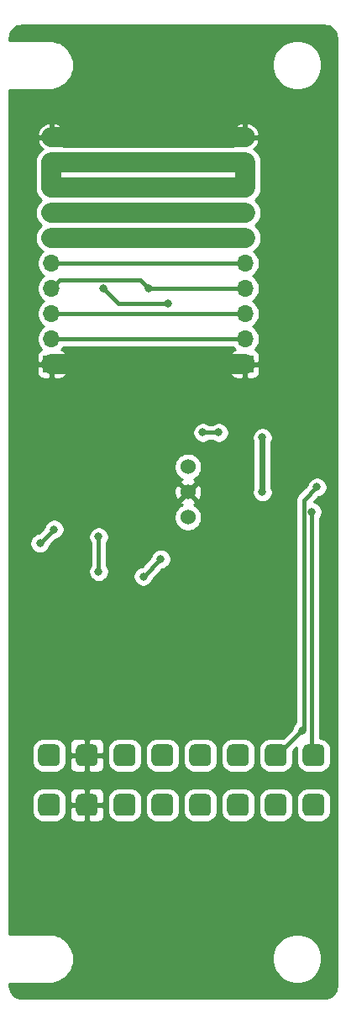
<source format=gbr>
G04 #@! TF.GenerationSoftware,KiCad,Pcbnew,5.1.5+dfsg1-2build2*
G04 #@! TF.CreationDate,2021-07-26T20:03:16+02:00*
G04 #@! TF.ProjectId,t100-dcmotor,74313030-2d64-4636-9d6f-746f722e6b69,rev?*
G04 #@! TF.SameCoordinates,Original*
G04 #@! TF.FileFunction,Copper,L2,Bot*
G04 #@! TF.FilePolarity,Positive*
%FSLAX46Y46*%
G04 Gerber Fmt 4.6, Leading zero omitted, Abs format (unit mm)*
G04 Created by KiCad (PCBNEW 5.1.5+dfsg1-2build2) date 2021-07-26 20:03:16*
%MOMM*%
%LPD*%
G04 APERTURE LIST*
%ADD10O,1.700000X1.700000*%
%ADD11R,1.700000X1.700000*%
%ADD12C,0.100000*%
%ADD13C,1.524000*%
%ADD14C,0.800000*%
%ADD15C,0.900000*%
%ADD16C,2.000000*%
%ADD17C,0.400000*%
%ADD18C,0.600000*%
%ADD19C,0.254000*%
G04 APERTURE END LIST*
D10*
X107250000Y-62250000D03*
X107250000Y-64790000D03*
X107250000Y-67330000D03*
X107250000Y-69870000D03*
X107250000Y-72410000D03*
X107250000Y-74950000D03*
X107250000Y-77490000D03*
X107250000Y-80030000D03*
X107250000Y-82570000D03*
D11*
X107250000Y-85110000D03*
D10*
X87750000Y-62250000D03*
X87750000Y-64790000D03*
X87750000Y-67330000D03*
X87750000Y-69870000D03*
X87750000Y-72410000D03*
X87750000Y-74950000D03*
X87750000Y-77490000D03*
X87750000Y-80030000D03*
X87750000Y-82570000D03*
D11*
X87750000Y-85110000D03*
G04 #@! TA.AperFunction,ComponentPad*
D12*
G36*
X114773909Y-128402648D02*
G01*
X114827300Y-128410568D01*
X114879657Y-128423683D01*
X114930476Y-128441866D01*
X114979268Y-128464943D01*
X115025564Y-128492692D01*
X115068916Y-128524844D01*
X115108909Y-128561091D01*
X115145156Y-128601084D01*
X115177308Y-128644436D01*
X115205057Y-128690732D01*
X115228134Y-128739524D01*
X115246317Y-128790343D01*
X115259432Y-128842700D01*
X115267352Y-128896091D01*
X115270000Y-128950000D01*
X115270000Y-130050000D01*
X115267352Y-130103909D01*
X115259432Y-130157300D01*
X115246317Y-130209657D01*
X115228134Y-130260476D01*
X115205057Y-130309268D01*
X115177308Y-130355564D01*
X115145156Y-130398916D01*
X115108909Y-130438909D01*
X115068916Y-130475156D01*
X115025564Y-130507308D01*
X114979268Y-130535057D01*
X114930476Y-130558134D01*
X114879657Y-130576317D01*
X114827300Y-130589432D01*
X114773909Y-130597352D01*
X114720000Y-130600000D01*
X113620000Y-130600000D01*
X113566091Y-130597352D01*
X113512700Y-130589432D01*
X113460343Y-130576317D01*
X113409524Y-130558134D01*
X113360732Y-130535057D01*
X113314436Y-130507308D01*
X113271084Y-130475156D01*
X113231091Y-130438909D01*
X113194844Y-130398916D01*
X113162692Y-130355564D01*
X113134943Y-130309268D01*
X113111866Y-130260476D01*
X113093683Y-130209657D01*
X113080568Y-130157300D01*
X113072648Y-130103909D01*
X113070000Y-130050000D01*
X113070000Y-128950000D01*
X113072648Y-128896091D01*
X113080568Y-128842700D01*
X113093683Y-128790343D01*
X113111866Y-128739524D01*
X113134943Y-128690732D01*
X113162692Y-128644436D01*
X113194844Y-128601084D01*
X113231091Y-128561091D01*
X113271084Y-128524844D01*
X113314436Y-128492692D01*
X113360732Y-128464943D01*
X113409524Y-128441866D01*
X113460343Y-128423683D01*
X113512700Y-128410568D01*
X113566091Y-128402648D01*
X113620000Y-128400000D01*
X114720000Y-128400000D01*
X114773909Y-128402648D01*
G37*
G04 #@! TD.AperFunction*
G04 #@! TA.AperFunction,ComponentPad*
G36*
X110963909Y-128402648D02*
G01*
X111017300Y-128410568D01*
X111069657Y-128423683D01*
X111120476Y-128441866D01*
X111169268Y-128464943D01*
X111215564Y-128492692D01*
X111258916Y-128524844D01*
X111298909Y-128561091D01*
X111335156Y-128601084D01*
X111367308Y-128644436D01*
X111395057Y-128690732D01*
X111418134Y-128739524D01*
X111436317Y-128790343D01*
X111449432Y-128842700D01*
X111457352Y-128896091D01*
X111460000Y-128950000D01*
X111460000Y-130050000D01*
X111457352Y-130103909D01*
X111449432Y-130157300D01*
X111436317Y-130209657D01*
X111418134Y-130260476D01*
X111395057Y-130309268D01*
X111367308Y-130355564D01*
X111335156Y-130398916D01*
X111298909Y-130438909D01*
X111258916Y-130475156D01*
X111215564Y-130507308D01*
X111169268Y-130535057D01*
X111120476Y-130558134D01*
X111069657Y-130576317D01*
X111017300Y-130589432D01*
X110963909Y-130597352D01*
X110910000Y-130600000D01*
X109810000Y-130600000D01*
X109756091Y-130597352D01*
X109702700Y-130589432D01*
X109650343Y-130576317D01*
X109599524Y-130558134D01*
X109550732Y-130535057D01*
X109504436Y-130507308D01*
X109461084Y-130475156D01*
X109421091Y-130438909D01*
X109384844Y-130398916D01*
X109352692Y-130355564D01*
X109324943Y-130309268D01*
X109301866Y-130260476D01*
X109283683Y-130209657D01*
X109270568Y-130157300D01*
X109262648Y-130103909D01*
X109260000Y-130050000D01*
X109260000Y-128950000D01*
X109262648Y-128896091D01*
X109270568Y-128842700D01*
X109283683Y-128790343D01*
X109301866Y-128739524D01*
X109324943Y-128690732D01*
X109352692Y-128644436D01*
X109384844Y-128601084D01*
X109421091Y-128561091D01*
X109461084Y-128524844D01*
X109504436Y-128492692D01*
X109550732Y-128464943D01*
X109599524Y-128441866D01*
X109650343Y-128423683D01*
X109702700Y-128410568D01*
X109756091Y-128402648D01*
X109810000Y-128400000D01*
X110910000Y-128400000D01*
X110963909Y-128402648D01*
G37*
G04 #@! TD.AperFunction*
G04 #@! TA.AperFunction,ComponentPad*
G36*
X107153909Y-128402648D02*
G01*
X107207300Y-128410568D01*
X107259657Y-128423683D01*
X107310476Y-128441866D01*
X107359268Y-128464943D01*
X107405564Y-128492692D01*
X107448916Y-128524844D01*
X107488909Y-128561091D01*
X107525156Y-128601084D01*
X107557308Y-128644436D01*
X107585057Y-128690732D01*
X107608134Y-128739524D01*
X107626317Y-128790343D01*
X107639432Y-128842700D01*
X107647352Y-128896091D01*
X107650000Y-128950000D01*
X107650000Y-130050000D01*
X107647352Y-130103909D01*
X107639432Y-130157300D01*
X107626317Y-130209657D01*
X107608134Y-130260476D01*
X107585057Y-130309268D01*
X107557308Y-130355564D01*
X107525156Y-130398916D01*
X107488909Y-130438909D01*
X107448916Y-130475156D01*
X107405564Y-130507308D01*
X107359268Y-130535057D01*
X107310476Y-130558134D01*
X107259657Y-130576317D01*
X107207300Y-130589432D01*
X107153909Y-130597352D01*
X107100000Y-130600000D01*
X106000000Y-130600000D01*
X105946091Y-130597352D01*
X105892700Y-130589432D01*
X105840343Y-130576317D01*
X105789524Y-130558134D01*
X105740732Y-130535057D01*
X105694436Y-130507308D01*
X105651084Y-130475156D01*
X105611091Y-130438909D01*
X105574844Y-130398916D01*
X105542692Y-130355564D01*
X105514943Y-130309268D01*
X105491866Y-130260476D01*
X105473683Y-130209657D01*
X105460568Y-130157300D01*
X105452648Y-130103909D01*
X105450000Y-130050000D01*
X105450000Y-128950000D01*
X105452648Y-128896091D01*
X105460568Y-128842700D01*
X105473683Y-128790343D01*
X105491866Y-128739524D01*
X105514943Y-128690732D01*
X105542692Y-128644436D01*
X105574844Y-128601084D01*
X105611091Y-128561091D01*
X105651084Y-128524844D01*
X105694436Y-128492692D01*
X105740732Y-128464943D01*
X105789524Y-128441866D01*
X105840343Y-128423683D01*
X105892700Y-128410568D01*
X105946091Y-128402648D01*
X106000000Y-128400000D01*
X107100000Y-128400000D01*
X107153909Y-128402648D01*
G37*
G04 #@! TD.AperFunction*
G04 #@! TA.AperFunction,ComponentPad*
G36*
X103343909Y-128402648D02*
G01*
X103397300Y-128410568D01*
X103449657Y-128423683D01*
X103500476Y-128441866D01*
X103549268Y-128464943D01*
X103595564Y-128492692D01*
X103638916Y-128524844D01*
X103678909Y-128561091D01*
X103715156Y-128601084D01*
X103747308Y-128644436D01*
X103775057Y-128690732D01*
X103798134Y-128739524D01*
X103816317Y-128790343D01*
X103829432Y-128842700D01*
X103837352Y-128896091D01*
X103840000Y-128950000D01*
X103840000Y-130050000D01*
X103837352Y-130103909D01*
X103829432Y-130157300D01*
X103816317Y-130209657D01*
X103798134Y-130260476D01*
X103775057Y-130309268D01*
X103747308Y-130355564D01*
X103715156Y-130398916D01*
X103678909Y-130438909D01*
X103638916Y-130475156D01*
X103595564Y-130507308D01*
X103549268Y-130535057D01*
X103500476Y-130558134D01*
X103449657Y-130576317D01*
X103397300Y-130589432D01*
X103343909Y-130597352D01*
X103290000Y-130600000D01*
X102190000Y-130600000D01*
X102136091Y-130597352D01*
X102082700Y-130589432D01*
X102030343Y-130576317D01*
X101979524Y-130558134D01*
X101930732Y-130535057D01*
X101884436Y-130507308D01*
X101841084Y-130475156D01*
X101801091Y-130438909D01*
X101764844Y-130398916D01*
X101732692Y-130355564D01*
X101704943Y-130309268D01*
X101681866Y-130260476D01*
X101663683Y-130209657D01*
X101650568Y-130157300D01*
X101642648Y-130103909D01*
X101640000Y-130050000D01*
X101640000Y-128950000D01*
X101642648Y-128896091D01*
X101650568Y-128842700D01*
X101663683Y-128790343D01*
X101681866Y-128739524D01*
X101704943Y-128690732D01*
X101732692Y-128644436D01*
X101764844Y-128601084D01*
X101801091Y-128561091D01*
X101841084Y-128524844D01*
X101884436Y-128492692D01*
X101930732Y-128464943D01*
X101979524Y-128441866D01*
X102030343Y-128423683D01*
X102082700Y-128410568D01*
X102136091Y-128402648D01*
X102190000Y-128400000D01*
X103290000Y-128400000D01*
X103343909Y-128402648D01*
G37*
G04 #@! TD.AperFunction*
G04 #@! TA.AperFunction,ComponentPad*
G36*
X99533909Y-128402648D02*
G01*
X99587300Y-128410568D01*
X99639657Y-128423683D01*
X99690476Y-128441866D01*
X99739268Y-128464943D01*
X99785564Y-128492692D01*
X99828916Y-128524844D01*
X99868909Y-128561091D01*
X99905156Y-128601084D01*
X99937308Y-128644436D01*
X99965057Y-128690732D01*
X99988134Y-128739524D01*
X100006317Y-128790343D01*
X100019432Y-128842700D01*
X100027352Y-128896091D01*
X100030000Y-128950000D01*
X100030000Y-130050000D01*
X100027352Y-130103909D01*
X100019432Y-130157300D01*
X100006317Y-130209657D01*
X99988134Y-130260476D01*
X99965057Y-130309268D01*
X99937308Y-130355564D01*
X99905156Y-130398916D01*
X99868909Y-130438909D01*
X99828916Y-130475156D01*
X99785564Y-130507308D01*
X99739268Y-130535057D01*
X99690476Y-130558134D01*
X99639657Y-130576317D01*
X99587300Y-130589432D01*
X99533909Y-130597352D01*
X99480000Y-130600000D01*
X98380000Y-130600000D01*
X98326091Y-130597352D01*
X98272700Y-130589432D01*
X98220343Y-130576317D01*
X98169524Y-130558134D01*
X98120732Y-130535057D01*
X98074436Y-130507308D01*
X98031084Y-130475156D01*
X97991091Y-130438909D01*
X97954844Y-130398916D01*
X97922692Y-130355564D01*
X97894943Y-130309268D01*
X97871866Y-130260476D01*
X97853683Y-130209657D01*
X97840568Y-130157300D01*
X97832648Y-130103909D01*
X97830000Y-130050000D01*
X97830000Y-128950000D01*
X97832648Y-128896091D01*
X97840568Y-128842700D01*
X97853683Y-128790343D01*
X97871866Y-128739524D01*
X97894943Y-128690732D01*
X97922692Y-128644436D01*
X97954844Y-128601084D01*
X97991091Y-128561091D01*
X98031084Y-128524844D01*
X98074436Y-128492692D01*
X98120732Y-128464943D01*
X98169524Y-128441866D01*
X98220343Y-128423683D01*
X98272700Y-128410568D01*
X98326091Y-128402648D01*
X98380000Y-128400000D01*
X99480000Y-128400000D01*
X99533909Y-128402648D01*
G37*
G04 #@! TD.AperFunction*
G04 #@! TA.AperFunction,ComponentPad*
G36*
X95723909Y-128402648D02*
G01*
X95777300Y-128410568D01*
X95829657Y-128423683D01*
X95880476Y-128441866D01*
X95929268Y-128464943D01*
X95975564Y-128492692D01*
X96018916Y-128524844D01*
X96058909Y-128561091D01*
X96095156Y-128601084D01*
X96127308Y-128644436D01*
X96155057Y-128690732D01*
X96178134Y-128739524D01*
X96196317Y-128790343D01*
X96209432Y-128842700D01*
X96217352Y-128896091D01*
X96220000Y-128950000D01*
X96220000Y-130050000D01*
X96217352Y-130103909D01*
X96209432Y-130157300D01*
X96196317Y-130209657D01*
X96178134Y-130260476D01*
X96155057Y-130309268D01*
X96127308Y-130355564D01*
X96095156Y-130398916D01*
X96058909Y-130438909D01*
X96018916Y-130475156D01*
X95975564Y-130507308D01*
X95929268Y-130535057D01*
X95880476Y-130558134D01*
X95829657Y-130576317D01*
X95777300Y-130589432D01*
X95723909Y-130597352D01*
X95670000Y-130600000D01*
X94570000Y-130600000D01*
X94516091Y-130597352D01*
X94462700Y-130589432D01*
X94410343Y-130576317D01*
X94359524Y-130558134D01*
X94310732Y-130535057D01*
X94264436Y-130507308D01*
X94221084Y-130475156D01*
X94181091Y-130438909D01*
X94144844Y-130398916D01*
X94112692Y-130355564D01*
X94084943Y-130309268D01*
X94061866Y-130260476D01*
X94043683Y-130209657D01*
X94030568Y-130157300D01*
X94022648Y-130103909D01*
X94020000Y-130050000D01*
X94020000Y-128950000D01*
X94022648Y-128896091D01*
X94030568Y-128842700D01*
X94043683Y-128790343D01*
X94061866Y-128739524D01*
X94084943Y-128690732D01*
X94112692Y-128644436D01*
X94144844Y-128601084D01*
X94181091Y-128561091D01*
X94221084Y-128524844D01*
X94264436Y-128492692D01*
X94310732Y-128464943D01*
X94359524Y-128441866D01*
X94410343Y-128423683D01*
X94462700Y-128410568D01*
X94516091Y-128402648D01*
X94570000Y-128400000D01*
X95670000Y-128400000D01*
X95723909Y-128402648D01*
G37*
G04 #@! TD.AperFunction*
G04 #@! TA.AperFunction,ComponentPad*
G36*
X91913909Y-128402648D02*
G01*
X91967300Y-128410568D01*
X92019657Y-128423683D01*
X92070476Y-128441866D01*
X92119268Y-128464943D01*
X92165564Y-128492692D01*
X92208916Y-128524844D01*
X92248909Y-128561091D01*
X92285156Y-128601084D01*
X92317308Y-128644436D01*
X92345057Y-128690732D01*
X92368134Y-128739524D01*
X92386317Y-128790343D01*
X92399432Y-128842700D01*
X92407352Y-128896091D01*
X92410000Y-128950000D01*
X92410000Y-130050000D01*
X92407352Y-130103909D01*
X92399432Y-130157300D01*
X92386317Y-130209657D01*
X92368134Y-130260476D01*
X92345057Y-130309268D01*
X92317308Y-130355564D01*
X92285156Y-130398916D01*
X92248909Y-130438909D01*
X92208916Y-130475156D01*
X92165564Y-130507308D01*
X92119268Y-130535057D01*
X92070476Y-130558134D01*
X92019657Y-130576317D01*
X91967300Y-130589432D01*
X91913909Y-130597352D01*
X91860000Y-130600000D01*
X90760000Y-130600000D01*
X90706091Y-130597352D01*
X90652700Y-130589432D01*
X90600343Y-130576317D01*
X90549524Y-130558134D01*
X90500732Y-130535057D01*
X90454436Y-130507308D01*
X90411084Y-130475156D01*
X90371091Y-130438909D01*
X90334844Y-130398916D01*
X90302692Y-130355564D01*
X90274943Y-130309268D01*
X90251866Y-130260476D01*
X90233683Y-130209657D01*
X90220568Y-130157300D01*
X90212648Y-130103909D01*
X90210000Y-130050000D01*
X90210000Y-128950000D01*
X90212648Y-128896091D01*
X90220568Y-128842700D01*
X90233683Y-128790343D01*
X90251866Y-128739524D01*
X90274943Y-128690732D01*
X90302692Y-128644436D01*
X90334844Y-128601084D01*
X90371091Y-128561091D01*
X90411084Y-128524844D01*
X90454436Y-128492692D01*
X90500732Y-128464943D01*
X90549524Y-128441866D01*
X90600343Y-128423683D01*
X90652700Y-128410568D01*
X90706091Y-128402648D01*
X90760000Y-128400000D01*
X91860000Y-128400000D01*
X91913909Y-128402648D01*
G37*
G04 #@! TD.AperFunction*
G04 #@! TA.AperFunction,ComponentPad*
G36*
X88103909Y-123402648D02*
G01*
X88157300Y-123410568D01*
X88209657Y-123423683D01*
X88260476Y-123441866D01*
X88309268Y-123464943D01*
X88355564Y-123492692D01*
X88398916Y-123524844D01*
X88438909Y-123561091D01*
X88475156Y-123601084D01*
X88507308Y-123644436D01*
X88535057Y-123690732D01*
X88558134Y-123739524D01*
X88576317Y-123790343D01*
X88589432Y-123842700D01*
X88597352Y-123896091D01*
X88600000Y-123950000D01*
X88600000Y-125050000D01*
X88597352Y-125103909D01*
X88589432Y-125157300D01*
X88576317Y-125209657D01*
X88558134Y-125260476D01*
X88535057Y-125309268D01*
X88507308Y-125355564D01*
X88475156Y-125398916D01*
X88438909Y-125438909D01*
X88398916Y-125475156D01*
X88355564Y-125507308D01*
X88309268Y-125535057D01*
X88260476Y-125558134D01*
X88209657Y-125576317D01*
X88157300Y-125589432D01*
X88103909Y-125597352D01*
X88050000Y-125600000D01*
X86950000Y-125600000D01*
X86896091Y-125597352D01*
X86842700Y-125589432D01*
X86790343Y-125576317D01*
X86739524Y-125558134D01*
X86690732Y-125535057D01*
X86644436Y-125507308D01*
X86601084Y-125475156D01*
X86561091Y-125438909D01*
X86524844Y-125398916D01*
X86492692Y-125355564D01*
X86464943Y-125309268D01*
X86441866Y-125260476D01*
X86423683Y-125209657D01*
X86410568Y-125157300D01*
X86402648Y-125103909D01*
X86400000Y-125050000D01*
X86400000Y-123950000D01*
X86402648Y-123896091D01*
X86410568Y-123842700D01*
X86423683Y-123790343D01*
X86441866Y-123739524D01*
X86464943Y-123690732D01*
X86492692Y-123644436D01*
X86524844Y-123601084D01*
X86561091Y-123561091D01*
X86601084Y-123524844D01*
X86644436Y-123492692D01*
X86690732Y-123464943D01*
X86739524Y-123441866D01*
X86790343Y-123423683D01*
X86842700Y-123410568D01*
X86896091Y-123402648D01*
X86950000Y-123400000D01*
X88050000Y-123400000D01*
X88103909Y-123402648D01*
G37*
G04 #@! TD.AperFunction*
G04 #@! TA.AperFunction,ComponentPad*
G36*
X88103909Y-128402648D02*
G01*
X88157300Y-128410568D01*
X88209657Y-128423683D01*
X88260476Y-128441866D01*
X88309268Y-128464943D01*
X88355564Y-128492692D01*
X88398916Y-128524844D01*
X88438909Y-128561091D01*
X88475156Y-128601084D01*
X88507308Y-128644436D01*
X88535057Y-128690732D01*
X88558134Y-128739524D01*
X88576317Y-128790343D01*
X88589432Y-128842700D01*
X88597352Y-128896091D01*
X88600000Y-128950000D01*
X88600000Y-130050000D01*
X88597352Y-130103909D01*
X88589432Y-130157300D01*
X88576317Y-130209657D01*
X88558134Y-130260476D01*
X88535057Y-130309268D01*
X88507308Y-130355564D01*
X88475156Y-130398916D01*
X88438909Y-130438909D01*
X88398916Y-130475156D01*
X88355564Y-130507308D01*
X88309268Y-130535057D01*
X88260476Y-130558134D01*
X88209657Y-130576317D01*
X88157300Y-130589432D01*
X88103909Y-130597352D01*
X88050000Y-130600000D01*
X86950000Y-130600000D01*
X86896091Y-130597352D01*
X86842700Y-130589432D01*
X86790343Y-130576317D01*
X86739524Y-130558134D01*
X86690732Y-130535057D01*
X86644436Y-130507308D01*
X86601084Y-130475156D01*
X86561091Y-130438909D01*
X86524844Y-130398916D01*
X86492692Y-130355564D01*
X86464943Y-130309268D01*
X86441866Y-130260476D01*
X86423683Y-130209657D01*
X86410568Y-130157300D01*
X86402648Y-130103909D01*
X86400000Y-130050000D01*
X86400000Y-128950000D01*
X86402648Y-128896091D01*
X86410568Y-128842700D01*
X86423683Y-128790343D01*
X86441866Y-128739524D01*
X86464943Y-128690732D01*
X86492692Y-128644436D01*
X86524844Y-128601084D01*
X86561091Y-128561091D01*
X86601084Y-128524844D01*
X86644436Y-128492692D01*
X86690732Y-128464943D01*
X86739524Y-128441866D01*
X86790343Y-128423683D01*
X86842700Y-128410568D01*
X86896091Y-128402648D01*
X86950000Y-128400000D01*
X88050000Y-128400000D01*
X88103909Y-128402648D01*
G37*
G04 #@! TD.AperFunction*
G04 #@! TA.AperFunction,ComponentPad*
G36*
X91913909Y-123402648D02*
G01*
X91967300Y-123410568D01*
X92019657Y-123423683D01*
X92070476Y-123441866D01*
X92119268Y-123464943D01*
X92165564Y-123492692D01*
X92208916Y-123524844D01*
X92248909Y-123561091D01*
X92285156Y-123601084D01*
X92317308Y-123644436D01*
X92345057Y-123690732D01*
X92368134Y-123739524D01*
X92386317Y-123790343D01*
X92399432Y-123842700D01*
X92407352Y-123896091D01*
X92410000Y-123950000D01*
X92410000Y-125050000D01*
X92407352Y-125103909D01*
X92399432Y-125157300D01*
X92386317Y-125209657D01*
X92368134Y-125260476D01*
X92345057Y-125309268D01*
X92317308Y-125355564D01*
X92285156Y-125398916D01*
X92248909Y-125438909D01*
X92208916Y-125475156D01*
X92165564Y-125507308D01*
X92119268Y-125535057D01*
X92070476Y-125558134D01*
X92019657Y-125576317D01*
X91967300Y-125589432D01*
X91913909Y-125597352D01*
X91860000Y-125600000D01*
X90760000Y-125600000D01*
X90706091Y-125597352D01*
X90652700Y-125589432D01*
X90600343Y-125576317D01*
X90549524Y-125558134D01*
X90500732Y-125535057D01*
X90454436Y-125507308D01*
X90411084Y-125475156D01*
X90371091Y-125438909D01*
X90334844Y-125398916D01*
X90302692Y-125355564D01*
X90274943Y-125309268D01*
X90251866Y-125260476D01*
X90233683Y-125209657D01*
X90220568Y-125157300D01*
X90212648Y-125103909D01*
X90210000Y-125050000D01*
X90210000Y-123950000D01*
X90212648Y-123896091D01*
X90220568Y-123842700D01*
X90233683Y-123790343D01*
X90251866Y-123739524D01*
X90274943Y-123690732D01*
X90302692Y-123644436D01*
X90334844Y-123601084D01*
X90371091Y-123561091D01*
X90411084Y-123524844D01*
X90454436Y-123492692D01*
X90500732Y-123464943D01*
X90549524Y-123441866D01*
X90600343Y-123423683D01*
X90652700Y-123410568D01*
X90706091Y-123402648D01*
X90760000Y-123400000D01*
X91860000Y-123400000D01*
X91913909Y-123402648D01*
G37*
G04 #@! TD.AperFunction*
G04 #@! TA.AperFunction,ComponentPad*
G36*
X95723909Y-123402648D02*
G01*
X95777300Y-123410568D01*
X95829657Y-123423683D01*
X95880476Y-123441866D01*
X95929268Y-123464943D01*
X95975564Y-123492692D01*
X96018916Y-123524844D01*
X96058909Y-123561091D01*
X96095156Y-123601084D01*
X96127308Y-123644436D01*
X96155057Y-123690732D01*
X96178134Y-123739524D01*
X96196317Y-123790343D01*
X96209432Y-123842700D01*
X96217352Y-123896091D01*
X96220000Y-123950000D01*
X96220000Y-125050000D01*
X96217352Y-125103909D01*
X96209432Y-125157300D01*
X96196317Y-125209657D01*
X96178134Y-125260476D01*
X96155057Y-125309268D01*
X96127308Y-125355564D01*
X96095156Y-125398916D01*
X96058909Y-125438909D01*
X96018916Y-125475156D01*
X95975564Y-125507308D01*
X95929268Y-125535057D01*
X95880476Y-125558134D01*
X95829657Y-125576317D01*
X95777300Y-125589432D01*
X95723909Y-125597352D01*
X95670000Y-125600000D01*
X94570000Y-125600000D01*
X94516091Y-125597352D01*
X94462700Y-125589432D01*
X94410343Y-125576317D01*
X94359524Y-125558134D01*
X94310732Y-125535057D01*
X94264436Y-125507308D01*
X94221084Y-125475156D01*
X94181091Y-125438909D01*
X94144844Y-125398916D01*
X94112692Y-125355564D01*
X94084943Y-125309268D01*
X94061866Y-125260476D01*
X94043683Y-125209657D01*
X94030568Y-125157300D01*
X94022648Y-125103909D01*
X94020000Y-125050000D01*
X94020000Y-123950000D01*
X94022648Y-123896091D01*
X94030568Y-123842700D01*
X94043683Y-123790343D01*
X94061866Y-123739524D01*
X94084943Y-123690732D01*
X94112692Y-123644436D01*
X94144844Y-123601084D01*
X94181091Y-123561091D01*
X94221084Y-123524844D01*
X94264436Y-123492692D01*
X94310732Y-123464943D01*
X94359524Y-123441866D01*
X94410343Y-123423683D01*
X94462700Y-123410568D01*
X94516091Y-123402648D01*
X94570000Y-123400000D01*
X95670000Y-123400000D01*
X95723909Y-123402648D01*
G37*
G04 #@! TD.AperFunction*
G04 #@! TA.AperFunction,ComponentPad*
G36*
X99533909Y-123402648D02*
G01*
X99587300Y-123410568D01*
X99639657Y-123423683D01*
X99690476Y-123441866D01*
X99739268Y-123464943D01*
X99785564Y-123492692D01*
X99828916Y-123524844D01*
X99868909Y-123561091D01*
X99905156Y-123601084D01*
X99937308Y-123644436D01*
X99965057Y-123690732D01*
X99988134Y-123739524D01*
X100006317Y-123790343D01*
X100019432Y-123842700D01*
X100027352Y-123896091D01*
X100030000Y-123950000D01*
X100030000Y-125050000D01*
X100027352Y-125103909D01*
X100019432Y-125157300D01*
X100006317Y-125209657D01*
X99988134Y-125260476D01*
X99965057Y-125309268D01*
X99937308Y-125355564D01*
X99905156Y-125398916D01*
X99868909Y-125438909D01*
X99828916Y-125475156D01*
X99785564Y-125507308D01*
X99739268Y-125535057D01*
X99690476Y-125558134D01*
X99639657Y-125576317D01*
X99587300Y-125589432D01*
X99533909Y-125597352D01*
X99480000Y-125600000D01*
X98380000Y-125600000D01*
X98326091Y-125597352D01*
X98272700Y-125589432D01*
X98220343Y-125576317D01*
X98169524Y-125558134D01*
X98120732Y-125535057D01*
X98074436Y-125507308D01*
X98031084Y-125475156D01*
X97991091Y-125438909D01*
X97954844Y-125398916D01*
X97922692Y-125355564D01*
X97894943Y-125309268D01*
X97871866Y-125260476D01*
X97853683Y-125209657D01*
X97840568Y-125157300D01*
X97832648Y-125103909D01*
X97830000Y-125050000D01*
X97830000Y-123950000D01*
X97832648Y-123896091D01*
X97840568Y-123842700D01*
X97853683Y-123790343D01*
X97871866Y-123739524D01*
X97894943Y-123690732D01*
X97922692Y-123644436D01*
X97954844Y-123601084D01*
X97991091Y-123561091D01*
X98031084Y-123524844D01*
X98074436Y-123492692D01*
X98120732Y-123464943D01*
X98169524Y-123441866D01*
X98220343Y-123423683D01*
X98272700Y-123410568D01*
X98326091Y-123402648D01*
X98380000Y-123400000D01*
X99480000Y-123400000D01*
X99533909Y-123402648D01*
G37*
G04 #@! TD.AperFunction*
G04 #@! TA.AperFunction,ComponentPad*
G36*
X103343909Y-123402648D02*
G01*
X103397300Y-123410568D01*
X103449657Y-123423683D01*
X103500476Y-123441866D01*
X103549268Y-123464943D01*
X103595564Y-123492692D01*
X103638916Y-123524844D01*
X103678909Y-123561091D01*
X103715156Y-123601084D01*
X103747308Y-123644436D01*
X103775057Y-123690732D01*
X103798134Y-123739524D01*
X103816317Y-123790343D01*
X103829432Y-123842700D01*
X103837352Y-123896091D01*
X103840000Y-123950000D01*
X103840000Y-125050000D01*
X103837352Y-125103909D01*
X103829432Y-125157300D01*
X103816317Y-125209657D01*
X103798134Y-125260476D01*
X103775057Y-125309268D01*
X103747308Y-125355564D01*
X103715156Y-125398916D01*
X103678909Y-125438909D01*
X103638916Y-125475156D01*
X103595564Y-125507308D01*
X103549268Y-125535057D01*
X103500476Y-125558134D01*
X103449657Y-125576317D01*
X103397300Y-125589432D01*
X103343909Y-125597352D01*
X103290000Y-125600000D01*
X102190000Y-125600000D01*
X102136091Y-125597352D01*
X102082700Y-125589432D01*
X102030343Y-125576317D01*
X101979524Y-125558134D01*
X101930732Y-125535057D01*
X101884436Y-125507308D01*
X101841084Y-125475156D01*
X101801091Y-125438909D01*
X101764844Y-125398916D01*
X101732692Y-125355564D01*
X101704943Y-125309268D01*
X101681866Y-125260476D01*
X101663683Y-125209657D01*
X101650568Y-125157300D01*
X101642648Y-125103909D01*
X101640000Y-125050000D01*
X101640000Y-123950000D01*
X101642648Y-123896091D01*
X101650568Y-123842700D01*
X101663683Y-123790343D01*
X101681866Y-123739524D01*
X101704943Y-123690732D01*
X101732692Y-123644436D01*
X101764844Y-123601084D01*
X101801091Y-123561091D01*
X101841084Y-123524844D01*
X101884436Y-123492692D01*
X101930732Y-123464943D01*
X101979524Y-123441866D01*
X102030343Y-123423683D01*
X102082700Y-123410568D01*
X102136091Y-123402648D01*
X102190000Y-123400000D01*
X103290000Y-123400000D01*
X103343909Y-123402648D01*
G37*
G04 #@! TD.AperFunction*
G04 #@! TA.AperFunction,ComponentPad*
G36*
X107153909Y-123402648D02*
G01*
X107207300Y-123410568D01*
X107259657Y-123423683D01*
X107310476Y-123441866D01*
X107359268Y-123464943D01*
X107405564Y-123492692D01*
X107448916Y-123524844D01*
X107488909Y-123561091D01*
X107525156Y-123601084D01*
X107557308Y-123644436D01*
X107585057Y-123690732D01*
X107608134Y-123739524D01*
X107626317Y-123790343D01*
X107639432Y-123842700D01*
X107647352Y-123896091D01*
X107650000Y-123950000D01*
X107650000Y-125050000D01*
X107647352Y-125103909D01*
X107639432Y-125157300D01*
X107626317Y-125209657D01*
X107608134Y-125260476D01*
X107585057Y-125309268D01*
X107557308Y-125355564D01*
X107525156Y-125398916D01*
X107488909Y-125438909D01*
X107448916Y-125475156D01*
X107405564Y-125507308D01*
X107359268Y-125535057D01*
X107310476Y-125558134D01*
X107259657Y-125576317D01*
X107207300Y-125589432D01*
X107153909Y-125597352D01*
X107100000Y-125600000D01*
X106000000Y-125600000D01*
X105946091Y-125597352D01*
X105892700Y-125589432D01*
X105840343Y-125576317D01*
X105789524Y-125558134D01*
X105740732Y-125535057D01*
X105694436Y-125507308D01*
X105651084Y-125475156D01*
X105611091Y-125438909D01*
X105574844Y-125398916D01*
X105542692Y-125355564D01*
X105514943Y-125309268D01*
X105491866Y-125260476D01*
X105473683Y-125209657D01*
X105460568Y-125157300D01*
X105452648Y-125103909D01*
X105450000Y-125050000D01*
X105450000Y-123950000D01*
X105452648Y-123896091D01*
X105460568Y-123842700D01*
X105473683Y-123790343D01*
X105491866Y-123739524D01*
X105514943Y-123690732D01*
X105542692Y-123644436D01*
X105574844Y-123601084D01*
X105611091Y-123561091D01*
X105651084Y-123524844D01*
X105694436Y-123492692D01*
X105740732Y-123464943D01*
X105789524Y-123441866D01*
X105840343Y-123423683D01*
X105892700Y-123410568D01*
X105946091Y-123402648D01*
X106000000Y-123400000D01*
X107100000Y-123400000D01*
X107153909Y-123402648D01*
G37*
G04 #@! TD.AperFunction*
G04 #@! TA.AperFunction,ComponentPad*
G36*
X110963909Y-123402648D02*
G01*
X111017300Y-123410568D01*
X111069657Y-123423683D01*
X111120476Y-123441866D01*
X111169268Y-123464943D01*
X111215564Y-123492692D01*
X111258916Y-123524844D01*
X111298909Y-123561091D01*
X111335156Y-123601084D01*
X111367308Y-123644436D01*
X111395057Y-123690732D01*
X111418134Y-123739524D01*
X111436317Y-123790343D01*
X111449432Y-123842700D01*
X111457352Y-123896091D01*
X111460000Y-123950000D01*
X111460000Y-125050000D01*
X111457352Y-125103909D01*
X111449432Y-125157300D01*
X111436317Y-125209657D01*
X111418134Y-125260476D01*
X111395057Y-125309268D01*
X111367308Y-125355564D01*
X111335156Y-125398916D01*
X111298909Y-125438909D01*
X111258916Y-125475156D01*
X111215564Y-125507308D01*
X111169268Y-125535057D01*
X111120476Y-125558134D01*
X111069657Y-125576317D01*
X111017300Y-125589432D01*
X110963909Y-125597352D01*
X110910000Y-125600000D01*
X109810000Y-125600000D01*
X109756091Y-125597352D01*
X109702700Y-125589432D01*
X109650343Y-125576317D01*
X109599524Y-125558134D01*
X109550732Y-125535057D01*
X109504436Y-125507308D01*
X109461084Y-125475156D01*
X109421091Y-125438909D01*
X109384844Y-125398916D01*
X109352692Y-125355564D01*
X109324943Y-125309268D01*
X109301866Y-125260476D01*
X109283683Y-125209657D01*
X109270568Y-125157300D01*
X109262648Y-125103909D01*
X109260000Y-125050000D01*
X109260000Y-123950000D01*
X109262648Y-123896091D01*
X109270568Y-123842700D01*
X109283683Y-123790343D01*
X109301866Y-123739524D01*
X109324943Y-123690732D01*
X109352692Y-123644436D01*
X109384844Y-123601084D01*
X109421091Y-123561091D01*
X109461084Y-123524844D01*
X109504436Y-123492692D01*
X109550732Y-123464943D01*
X109599524Y-123441866D01*
X109650343Y-123423683D01*
X109702700Y-123410568D01*
X109756091Y-123402648D01*
X109810000Y-123400000D01*
X110910000Y-123400000D01*
X110963909Y-123402648D01*
G37*
G04 #@! TD.AperFunction*
G04 #@! TA.AperFunction,ComponentPad*
G36*
X114773909Y-123402648D02*
G01*
X114827300Y-123410568D01*
X114879657Y-123423683D01*
X114930476Y-123441866D01*
X114979268Y-123464943D01*
X115025564Y-123492692D01*
X115068916Y-123524844D01*
X115108909Y-123561091D01*
X115145156Y-123601084D01*
X115177308Y-123644436D01*
X115205057Y-123690732D01*
X115228134Y-123739524D01*
X115246317Y-123790343D01*
X115259432Y-123842700D01*
X115267352Y-123896091D01*
X115270000Y-123950000D01*
X115270000Y-125050000D01*
X115267352Y-125103909D01*
X115259432Y-125157300D01*
X115246317Y-125209657D01*
X115228134Y-125260476D01*
X115205057Y-125309268D01*
X115177308Y-125355564D01*
X115145156Y-125398916D01*
X115108909Y-125438909D01*
X115068916Y-125475156D01*
X115025564Y-125507308D01*
X114979268Y-125535057D01*
X114930476Y-125558134D01*
X114879657Y-125576317D01*
X114827300Y-125589432D01*
X114773909Y-125597352D01*
X114720000Y-125600000D01*
X113620000Y-125600000D01*
X113566091Y-125597352D01*
X113512700Y-125589432D01*
X113460343Y-125576317D01*
X113409524Y-125558134D01*
X113360732Y-125535057D01*
X113314436Y-125507308D01*
X113271084Y-125475156D01*
X113231091Y-125438909D01*
X113194844Y-125398916D01*
X113162692Y-125355564D01*
X113134943Y-125309268D01*
X113111866Y-125260476D01*
X113093683Y-125209657D01*
X113080568Y-125157300D01*
X113072648Y-125103909D01*
X113070000Y-125050000D01*
X113070000Y-123950000D01*
X113072648Y-123896091D01*
X113080568Y-123842700D01*
X113093683Y-123790343D01*
X113111866Y-123739524D01*
X113134943Y-123690732D01*
X113162692Y-123644436D01*
X113194844Y-123601084D01*
X113231091Y-123561091D01*
X113271084Y-123524844D01*
X113314436Y-123492692D01*
X113360732Y-123464943D01*
X113409524Y-123441866D01*
X113460343Y-123423683D01*
X113512700Y-123410568D01*
X113566091Y-123402648D01*
X113620000Y-123400000D01*
X114720000Y-123400000D01*
X114773909Y-123402648D01*
G37*
G04 #@! TD.AperFunction*
D13*
X101500000Y-100540000D03*
X101500000Y-98000000D03*
X101500000Y-95460000D03*
D14*
X95750000Y-111250000D03*
X94250000Y-111250000D03*
X94250000Y-110000000D03*
X95750000Y-110000000D03*
X95750000Y-108750000D03*
X94250000Y-108750000D03*
X86950000Y-93050000D03*
X111500000Y-105500000D03*
X101250000Y-62250000D03*
X115250000Y-118000000D03*
D15*
X92500000Y-116500000D03*
X92500000Y-113500000D03*
X100500000Y-104500000D03*
X100500000Y-105500000D03*
X92500000Y-115000000D03*
X92500000Y-118000000D03*
D14*
X86000000Y-108000000D03*
X88000000Y-101750000D03*
X86588603Y-103161397D03*
X109000000Y-98000000D03*
X109000008Y-92500000D03*
X97510000Y-77490000D03*
X98750000Y-104750000D03*
X97000000Y-106500000D03*
X92500000Y-106000000D03*
X92500000Y-102500000D03*
X114000000Y-100000000D03*
X114500000Y-97500000D03*
X93000000Y-77500000D03*
X113000000Y-122000000D03*
X99500000Y-79000000D03*
X102999992Y-92000000D03*
X104600011Y-91999230D03*
D16*
X87750000Y-62250000D02*
X101250000Y-62250000D01*
X87750000Y-85110000D02*
X107250000Y-85110000D01*
X101250000Y-62250000D02*
X107250000Y-62250000D01*
X87750000Y-72410000D02*
X103590000Y-72410000D01*
X103590000Y-72410000D02*
X107250000Y-72410000D01*
X87750000Y-64790000D02*
X107250000Y-64790000D01*
X87750000Y-67330000D02*
X107250000Y-67330000D01*
X87750000Y-64790000D02*
X87750000Y-67330000D01*
X107250000Y-64790000D02*
X107250000Y-67330000D01*
D17*
X88000000Y-101750000D02*
X86750000Y-103000000D01*
X86750000Y-103000000D02*
X86588603Y-103161397D01*
D16*
X87750000Y-69870000D02*
X107250000Y-69870000D01*
D18*
X109000000Y-98000000D02*
X109000000Y-92500008D01*
X109000000Y-92500008D02*
X109000008Y-92500000D01*
D17*
X97510000Y-77490000D02*
X107250000Y-77490000D01*
X87750000Y-77490000D02*
X88599999Y-76640001D01*
X88599999Y-76640001D02*
X96660001Y-76640001D01*
X96660001Y-76640001D02*
X97110001Y-77090001D01*
X97110001Y-77090001D02*
X97510000Y-77490000D01*
X87750000Y-80030000D02*
X107250000Y-80030000D01*
X87750000Y-82570000D02*
X107250000Y-82570000D01*
X98750000Y-104750000D02*
X97000000Y-106500000D01*
X92500000Y-106000000D02*
X92500000Y-102500000D01*
X114000000Y-124330000D02*
X114170000Y-124500000D01*
X114000000Y-100000000D02*
X114000000Y-124330000D01*
X110500000Y-124500000D02*
X110360000Y-124500000D01*
X113199999Y-121800001D02*
X110500000Y-124500000D01*
X113199999Y-98800001D02*
X113199999Y-121800001D01*
X114500000Y-97500000D02*
X114500000Y-97500000D01*
X114500000Y-97500000D02*
X113199999Y-98800001D01*
X94500000Y-79000000D02*
X99500000Y-79000000D01*
X93000000Y-77500000D02*
X94500000Y-79000000D01*
X87750000Y-74950000D02*
X107250000Y-74950000D01*
X104600011Y-91999230D02*
X103000762Y-91999230D01*
X103000762Y-91999230D02*
X102999992Y-92000000D01*
D19*
G36*
X115489750Y-51039162D02*
G01*
X115720370Y-51108789D01*
X115933076Y-51221887D01*
X116119763Y-51374145D01*
X116273318Y-51559761D01*
X116387898Y-51771671D01*
X116459134Y-52001797D01*
X116488001Y-52276451D01*
X116488000Y-147712734D01*
X116460838Y-147989751D01*
X116391209Y-148220373D01*
X116278112Y-148433077D01*
X116125854Y-148619763D01*
X115940240Y-148773317D01*
X115728326Y-148887898D01*
X115498203Y-148959133D01*
X115223558Y-148988000D01*
X84787265Y-148988000D01*
X84510248Y-148960838D01*
X84279626Y-148891209D01*
X84066922Y-148778112D01*
X83880236Y-148625854D01*
X83726682Y-148440240D01*
X83612101Y-148228326D01*
X83540866Y-147998203D01*
X83511999Y-147723558D01*
X83511999Y-147512000D01*
X87537426Y-147512000D01*
X87576082Y-147508193D01*
X87598792Y-147508193D01*
X87609373Y-147507080D01*
X87948784Y-147469009D01*
X88016328Y-147454652D01*
X88084086Y-147441236D01*
X88094250Y-147438090D01*
X88419803Y-147334819D01*
X88483333Y-147307590D01*
X88547135Y-147281293D01*
X88556494Y-147276233D01*
X88855788Y-147111695D01*
X88912764Y-147072683D01*
X88970299Y-147034457D01*
X88978496Y-147027675D01*
X89240131Y-146808137D01*
X89288443Y-146758803D01*
X89337458Y-146710129D01*
X89344182Y-146701884D01*
X89558192Y-146435710D01*
X89596014Y-146377913D01*
X89634631Y-146320661D01*
X89639619Y-146311278D01*
X89639625Y-146311269D01*
X89639629Y-146311260D01*
X89797859Y-146008593D01*
X89823731Y-145944559D01*
X89850495Y-145880891D01*
X89853566Y-145870716D01*
X89853570Y-145870706D01*
X89853572Y-145870696D01*
X89950000Y-145543061D01*
X89962941Y-145475220D01*
X89976829Y-145407566D01*
X89977867Y-145396978D01*
X90008821Y-145056843D01*
X90008339Y-144987749D01*
X90008821Y-144918722D01*
X90007783Y-144908134D01*
X89991355Y-144751821D01*
X109980192Y-144751821D01*
X109980192Y-145248179D01*
X110077027Y-145735001D01*
X110266975Y-146193577D01*
X110542738Y-146606284D01*
X110893716Y-146957262D01*
X111306423Y-147233025D01*
X111764999Y-147422973D01*
X112251821Y-147519808D01*
X112748179Y-147519808D01*
X113235001Y-147422973D01*
X113693577Y-147233025D01*
X114106284Y-146957262D01*
X114457262Y-146606284D01*
X114733025Y-146193577D01*
X114922973Y-145735001D01*
X115019808Y-145248179D01*
X115019808Y-144751821D01*
X114922973Y-144264999D01*
X114733025Y-143806423D01*
X114457262Y-143393716D01*
X114106284Y-143042738D01*
X113693577Y-142766975D01*
X113235001Y-142577027D01*
X112748179Y-142480192D01*
X112251821Y-142480192D01*
X111764999Y-142577027D01*
X111306423Y-142766975D01*
X110893716Y-143042738D01*
X110542738Y-143393716D01*
X110266975Y-143806423D01*
X110077027Y-144264999D01*
X109980192Y-144751821D01*
X89991355Y-144751821D01*
X89972083Y-144568465D01*
X89958196Y-144500809D01*
X89945255Y-144432970D01*
X89942182Y-144422795D01*
X89942180Y-144422785D01*
X89942176Y-144422776D01*
X89841183Y-144096519D01*
X89814417Y-144032845D01*
X89788548Y-143968816D01*
X89783553Y-143959423D01*
X89783553Y-143959422D01*
X89783550Y-143959418D01*
X89621108Y-143658987D01*
X89582505Y-143601756D01*
X89544671Y-143543939D01*
X89537947Y-143535694D01*
X89320241Y-143272534D01*
X89271244Y-143223878D01*
X89222913Y-143174524D01*
X89214715Y-143167742D01*
X88950040Y-142951880D01*
X88892545Y-142913680D01*
X88835532Y-142874642D01*
X88826173Y-142869582D01*
X88524611Y-142709239D01*
X88460789Y-142682933D01*
X88397279Y-142655712D01*
X88387119Y-142652568D01*
X88387113Y-142652566D01*
X88060152Y-142553851D01*
X87992406Y-142540436D01*
X87924848Y-142526076D01*
X87914280Y-142524966D01*
X87914268Y-142524964D01*
X87914257Y-142524964D01*
X87574357Y-142491637D01*
X87574354Y-142491637D01*
X87537426Y-142488000D01*
X83511998Y-142488000D01*
X83511998Y-128950000D01*
X85761928Y-128950000D01*
X85761928Y-130050000D01*
X85784756Y-130281781D01*
X85852365Y-130504655D01*
X85962154Y-130710057D01*
X86109906Y-130890094D01*
X86289943Y-131037846D01*
X86495345Y-131147635D01*
X86718219Y-131215244D01*
X86950000Y-131238072D01*
X88050000Y-131238072D01*
X88281781Y-131215244D01*
X88504655Y-131147635D01*
X88710057Y-131037846D01*
X88890094Y-130890094D01*
X89037846Y-130710057D01*
X89096672Y-130600000D01*
X89571928Y-130600000D01*
X89584188Y-130724482D01*
X89620498Y-130844180D01*
X89679463Y-130954494D01*
X89758815Y-131051185D01*
X89855506Y-131130537D01*
X89965820Y-131189502D01*
X90085518Y-131225812D01*
X90210000Y-131238072D01*
X91024250Y-131235000D01*
X91183000Y-131076250D01*
X91183000Y-129627000D01*
X91437000Y-129627000D01*
X91437000Y-131076250D01*
X91595750Y-131235000D01*
X92410000Y-131238072D01*
X92534482Y-131225812D01*
X92654180Y-131189502D01*
X92764494Y-131130537D01*
X92861185Y-131051185D01*
X92940537Y-130954494D01*
X92999502Y-130844180D01*
X93035812Y-130724482D01*
X93048072Y-130600000D01*
X93045000Y-129785750D01*
X92886250Y-129627000D01*
X91437000Y-129627000D01*
X91183000Y-129627000D01*
X89733750Y-129627000D01*
X89575000Y-129785750D01*
X89571928Y-130600000D01*
X89096672Y-130600000D01*
X89147635Y-130504655D01*
X89215244Y-130281781D01*
X89238072Y-130050000D01*
X89238072Y-128950000D01*
X89215244Y-128718219D01*
X89147635Y-128495345D01*
X89096673Y-128400000D01*
X89571928Y-128400000D01*
X89575000Y-129214250D01*
X89733750Y-129373000D01*
X91183000Y-129373000D01*
X91183000Y-127923750D01*
X91437000Y-127923750D01*
X91437000Y-129373000D01*
X92886250Y-129373000D01*
X93045000Y-129214250D01*
X93045996Y-128950000D01*
X93381928Y-128950000D01*
X93381928Y-130050000D01*
X93404756Y-130281781D01*
X93472365Y-130504655D01*
X93582154Y-130710057D01*
X93729906Y-130890094D01*
X93909943Y-131037846D01*
X94115345Y-131147635D01*
X94338219Y-131215244D01*
X94570000Y-131238072D01*
X95670000Y-131238072D01*
X95901781Y-131215244D01*
X96124655Y-131147635D01*
X96330057Y-131037846D01*
X96510094Y-130890094D01*
X96657846Y-130710057D01*
X96767635Y-130504655D01*
X96835244Y-130281781D01*
X96858072Y-130050000D01*
X96858072Y-128950000D01*
X97191928Y-128950000D01*
X97191928Y-130050000D01*
X97214756Y-130281781D01*
X97282365Y-130504655D01*
X97392154Y-130710057D01*
X97539906Y-130890094D01*
X97719943Y-131037846D01*
X97925345Y-131147635D01*
X98148219Y-131215244D01*
X98380000Y-131238072D01*
X99480000Y-131238072D01*
X99711781Y-131215244D01*
X99934655Y-131147635D01*
X100140057Y-131037846D01*
X100320094Y-130890094D01*
X100467846Y-130710057D01*
X100577635Y-130504655D01*
X100645244Y-130281781D01*
X100668072Y-130050000D01*
X100668072Y-128950000D01*
X101001928Y-128950000D01*
X101001928Y-130050000D01*
X101024756Y-130281781D01*
X101092365Y-130504655D01*
X101202154Y-130710057D01*
X101349906Y-130890094D01*
X101529943Y-131037846D01*
X101735345Y-131147635D01*
X101958219Y-131215244D01*
X102190000Y-131238072D01*
X103290000Y-131238072D01*
X103521781Y-131215244D01*
X103744655Y-131147635D01*
X103950057Y-131037846D01*
X104130094Y-130890094D01*
X104277846Y-130710057D01*
X104387635Y-130504655D01*
X104455244Y-130281781D01*
X104478072Y-130050000D01*
X104478072Y-128950000D01*
X104811928Y-128950000D01*
X104811928Y-130050000D01*
X104834756Y-130281781D01*
X104902365Y-130504655D01*
X105012154Y-130710057D01*
X105159906Y-130890094D01*
X105339943Y-131037846D01*
X105545345Y-131147635D01*
X105768219Y-131215244D01*
X106000000Y-131238072D01*
X107100000Y-131238072D01*
X107331781Y-131215244D01*
X107554655Y-131147635D01*
X107760057Y-131037846D01*
X107940094Y-130890094D01*
X108087846Y-130710057D01*
X108197635Y-130504655D01*
X108265244Y-130281781D01*
X108288072Y-130050000D01*
X108288072Y-128950000D01*
X108621928Y-128950000D01*
X108621928Y-130050000D01*
X108644756Y-130281781D01*
X108712365Y-130504655D01*
X108822154Y-130710057D01*
X108969906Y-130890094D01*
X109149943Y-131037846D01*
X109355345Y-131147635D01*
X109578219Y-131215244D01*
X109810000Y-131238072D01*
X110910000Y-131238072D01*
X111141781Y-131215244D01*
X111364655Y-131147635D01*
X111570057Y-131037846D01*
X111750094Y-130890094D01*
X111897846Y-130710057D01*
X112007635Y-130504655D01*
X112075244Y-130281781D01*
X112098072Y-130050000D01*
X112098072Y-128950000D01*
X112431928Y-128950000D01*
X112431928Y-130050000D01*
X112454756Y-130281781D01*
X112522365Y-130504655D01*
X112632154Y-130710057D01*
X112779906Y-130890094D01*
X112959943Y-131037846D01*
X113165345Y-131147635D01*
X113388219Y-131215244D01*
X113620000Y-131238072D01*
X114720000Y-131238072D01*
X114951781Y-131215244D01*
X115174655Y-131147635D01*
X115380057Y-131037846D01*
X115560094Y-130890094D01*
X115707846Y-130710057D01*
X115817635Y-130504655D01*
X115885244Y-130281781D01*
X115908072Y-130050000D01*
X115908072Y-128950000D01*
X115885244Y-128718219D01*
X115817635Y-128495345D01*
X115707846Y-128289943D01*
X115560094Y-128109906D01*
X115380057Y-127962154D01*
X115174655Y-127852365D01*
X114951781Y-127784756D01*
X114720000Y-127761928D01*
X113620000Y-127761928D01*
X113388219Y-127784756D01*
X113165345Y-127852365D01*
X112959943Y-127962154D01*
X112779906Y-128109906D01*
X112632154Y-128289943D01*
X112522365Y-128495345D01*
X112454756Y-128718219D01*
X112431928Y-128950000D01*
X112098072Y-128950000D01*
X112075244Y-128718219D01*
X112007635Y-128495345D01*
X111897846Y-128289943D01*
X111750094Y-128109906D01*
X111570057Y-127962154D01*
X111364655Y-127852365D01*
X111141781Y-127784756D01*
X110910000Y-127761928D01*
X109810000Y-127761928D01*
X109578219Y-127784756D01*
X109355345Y-127852365D01*
X109149943Y-127962154D01*
X108969906Y-128109906D01*
X108822154Y-128289943D01*
X108712365Y-128495345D01*
X108644756Y-128718219D01*
X108621928Y-128950000D01*
X108288072Y-128950000D01*
X108265244Y-128718219D01*
X108197635Y-128495345D01*
X108087846Y-128289943D01*
X107940094Y-128109906D01*
X107760057Y-127962154D01*
X107554655Y-127852365D01*
X107331781Y-127784756D01*
X107100000Y-127761928D01*
X106000000Y-127761928D01*
X105768219Y-127784756D01*
X105545345Y-127852365D01*
X105339943Y-127962154D01*
X105159906Y-128109906D01*
X105012154Y-128289943D01*
X104902365Y-128495345D01*
X104834756Y-128718219D01*
X104811928Y-128950000D01*
X104478072Y-128950000D01*
X104455244Y-128718219D01*
X104387635Y-128495345D01*
X104277846Y-128289943D01*
X104130094Y-128109906D01*
X103950057Y-127962154D01*
X103744655Y-127852365D01*
X103521781Y-127784756D01*
X103290000Y-127761928D01*
X102190000Y-127761928D01*
X101958219Y-127784756D01*
X101735345Y-127852365D01*
X101529943Y-127962154D01*
X101349906Y-128109906D01*
X101202154Y-128289943D01*
X101092365Y-128495345D01*
X101024756Y-128718219D01*
X101001928Y-128950000D01*
X100668072Y-128950000D01*
X100645244Y-128718219D01*
X100577635Y-128495345D01*
X100467846Y-128289943D01*
X100320094Y-128109906D01*
X100140057Y-127962154D01*
X99934655Y-127852365D01*
X99711781Y-127784756D01*
X99480000Y-127761928D01*
X98380000Y-127761928D01*
X98148219Y-127784756D01*
X97925345Y-127852365D01*
X97719943Y-127962154D01*
X97539906Y-128109906D01*
X97392154Y-128289943D01*
X97282365Y-128495345D01*
X97214756Y-128718219D01*
X97191928Y-128950000D01*
X96858072Y-128950000D01*
X96835244Y-128718219D01*
X96767635Y-128495345D01*
X96657846Y-128289943D01*
X96510094Y-128109906D01*
X96330057Y-127962154D01*
X96124655Y-127852365D01*
X95901781Y-127784756D01*
X95670000Y-127761928D01*
X94570000Y-127761928D01*
X94338219Y-127784756D01*
X94115345Y-127852365D01*
X93909943Y-127962154D01*
X93729906Y-128109906D01*
X93582154Y-128289943D01*
X93472365Y-128495345D01*
X93404756Y-128718219D01*
X93381928Y-128950000D01*
X93045996Y-128950000D01*
X93048072Y-128400000D01*
X93035812Y-128275518D01*
X92999502Y-128155820D01*
X92940537Y-128045506D01*
X92861185Y-127948815D01*
X92764494Y-127869463D01*
X92654180Y-127810498D01*
X92534482Y-127774188D01*
X92410000Y-127761928D01*
X91595750Y-127765000D01*
X91437000Y-127923750D01*
X91183000Y-127923750D01*
X91024250Y-127765000D01*
X90210000Y-127761928D01*
X90085518Y-127774188D01*
X89965820Y-127810498D01*
X89855506Y-127869463D01*
X89758815Y-127948815D01*
X89679463Y-128045506D01*
X89620498Y-128155820D01*
X89584188Y-128275518D01*
X89571928Y-128400000D01*
X89096673Y-128400000D01*
X89037846Y-128289943D01*
X88890094Y-128109906D01*
X88710057Y-127962154D01*
X88504655Y-127852365D01*
X88281781Y-127784756D01*
X88050000Y-127761928D01*
X86950000Y-127761928D01*
X86718219Y-127784756D01*
X86495345Y-127852365D01*
X86289943Y-127962154D01*
X86109906Y-128109906D01*
X85962154Y-128289943D01*
X85852365Y-128495345D01*
X85784756Y-128718219D01*
X85761928Y-128950000D01*
X83511998Y-128950000D01*
X83511998Y-123950000D01*
X85761928Y-123950000D01*
X85761928Y-125050000D01*
X85784756Y-125281781D01*
X85852365Y-125504655D01*
X85962154Y-125710057D01*
X86109906Y-125890094D01*
X86289943Y-126037846D01*
X86495345Y-126147635D01*
X86718219Y-126215244D01*
X86950000Y-126238072D01*
X88050000Y-126238072D01*
X88281781Y-126215244D01*
X88504655Y-126147635D01*
X88710057Y-126037846D01*
X88890094Y-125890094D01*
X89037846Y-125710057D01*
X89096672Y-125600000D01*
X89571928Y-125600000D01*
X89584188Y-125724482D01*
X89620498Y-125844180D01*
X89679463Y-125954494D01*
X89758815Y-126051185D01*
X89855506Y-126130537D01*
X89965820Y-126189502D01*
X90085518Y-126225812D01*
X90210000Y-126238072D01*
X91024250Y-126235000D01*
X91183000Y-126076250D01*
X91183000Y-124627000D01*
X91437000Y-124627000D01*
X91437000Y-126076250D01*
X91595750Y-126235000D01*
X92410000Y-126238072D01*
X92534482Y-126225812D01*
X92654180Y-126189502D01*
X92764494Y-126130537D01*
X92861185Y-126051185D01*
X92940537Y-125954494D01*
X92999502Y-125844180D01*
X93035812Y-125724482D01*
X93048072Y-125600000D01*
X93045000Y-124785750D01*
X92886250Y-124627000D01*
X91437000Y-124627000D01*
X91183000Y-124627000D01*
X89733750Y-124627000D01*
X89575000Y-124785750D01*
X89571928Y-125600000D01*
X89096672Y-125600000D01*
X89147635Y-125504655D01*
X89215244Y-125281781D01*
X89238072Y-125050000D01*
X89238072Y-123950000D01*
X89215244Y-123718219D01*
X89147635Y-123495345D01*
X89096673Y-123400000D01*
X89571928Y-123400000D01*
X89575000Y-124214250D01*
X89733750Y-124373000D01*
X91183000Y-124373000D01*
X91183000Y-122923750D01*
X91437000Y-122923750D01*
X91437000Y-124373000D01*
X92886250Y-124373000D01*
X93045000Y-124214250D01*
X93045996Y-123950000D01*
X93381928Y-123950000D01*
X93381928Y-125050000D01*
X93404756Y-125281781D01*
X93472365Y-125504655D01*
X93582154Y-125710057D01*
X93729906Y-125890094D01*
X93909943Y-126037846D01*
X94115345Y-126147635D01*
X94338219Y-126215244D01*
X94570000Y-126238072D01*
X95670000Y-126238072D01*
X95901781Y-126215244D01*
X96124655Y-126147635D01*
X96330057Y-126037846D01*
X96510094Y-125890094D01*
X96657846Y-125710057D01*
X96767635Y-125504655D01*
X96835244Y-125281781D01*
X96858072Y-125050000D01*
X96858072Y-123950000D01*
X97191928Y-123950000D01*
X97191928Y-125050000D01*
X97214756Y-125281781D01*
X97282365Y-125504655D01*
X97392154Y-125710057D01*
X97539906Y-125890094D01*
X97719943Y-126037846D01*
X97925345Y-126147635D01*
X98148219Y-126215244D01*
X98380000Y-126238072D01*
X99480000Y-126238072D01*
X99711781Y-126215244D01*
X99934655Y-126147635D01*
X100140057Y-126037846D01*
X100320094Y-125890094D01*
X100467846Y-125710057D01*
X100577635Y-125504655D01*
X100645244Y-125281781D01*
X100668072Y-125050000D01*
X100668072Y-123950000D01*
X101001928Y-123950000D01*
X101001928Y-125050000D01*
X101024756Y-125281781D01*
X101092365Y-125504655D01*
X101202154Y-125710057D01*
X101349906Y-125890094D01*
X101529943Y-126037846D01*
X101735345Y-126147635D01*
X101958219Y-126215244D01*
X102190000Y-126238072D01*
X103290000Y-126238072D01*
X103521781Y-126215244D01*
X103744655Y-126147635D01*
X103950057Y-126037846D01*
X104130094Y-125890094D01*
X104277846Y-125710057D01*
X104387635Y-125504655D01*
X104455244Y-125281781D01*
X104478072Y-125050000D01*
X104478072Y-123950000D01*
X104811928Y-123950000D01*
X104811928Y-125050000D01*
X104834756Y-125281781D01*
X104902365Y-125504655D01*
X105012154Y-125710057D01*
X105159906Y-125890094D01*
X105339943Y-126037846D01*
X105545345Y-126147635D01*
X105768219Y-126215244D01*
X106000000Y-126238072D01*
X107100000Y-126238072D01*
X107331781Y-126215244D01*
X107554655Y-126147635D01*
X107760057Y-126037846D01*
X107940094Y-125890094D01*
X108087846Y-125710057D01*
X108197635Y-125504655D01*
X108265244Y-125281781D01*
X108288072Y-125050000D01*
X108288072Y-123950000D01*
X108621928Y-123950000D01*
X108621928Y-125050000D01*
X108644756Y-125281781D01*
X108712365Y-125504655D01*
X108822154Y-125710057D01*
X108969906Y-125890094D01*
X109149943Y-126037846D01*
X109355345Y-126147635D01*
X109578219Y-126215244D01*
X109810000Y-126238072D01*
X110910000Y-126238072D01*
X111141781Y-126215244D01*
X111364655Y-126147635D01*
X111570057Y-126037846D01*
X111750094Y-125890094D01*
X111897846Y-125710057D01*
X112007635Y-125504655D01*
X112075244Y-125281781D01*
X112098072Y-125050000D01*
X112098072Y-124082795D01*
X112453894Y-123726974D01*
X112431928Y-123950000D01*
X112431928Y-125050000D01*
X112454756Y-125281781D01*
X112522365Y-125504655D01*
X112632154Y-125710057D01*
X112779906Y-125890094D01*
X112959943Y-126037846D01*
X113165345Y-126147635D01*
X113388219Y-126215244D01*
X113620000Y-126238072D01*
X114720000Y-126238072D01*
X114951781Y-126215244D01*
X115174655Y-126147635D01*
X115380057Y-126037846D01*
X115560094Y-125890094D01*
X115707846Y-125710057D01*
X115817635Y-125504655D01*
X115885244Y-125281781D01*
X115908072Y-125050000D01*
X115908072Y-123950000D01*
X115885244Y-123718219D01*
X115817635Y-123495345D01*
X115707846Y-123289943D01*
X115560094Y-123109906D01*
X115380057Y-122962154D01*
X115174655Y-122852365D01*
X114951781Y-122784756D01*
X114835000Y-122773254D01*
X114835000Y-100613285D01*
X114917205Y-100490256D01*
X114995226Y-100301898D01*
X115035000Y-100101939D01*
X115035000Y-99898061D01*
X114995226Y-99698102D01*
X114917205Y-99509744D01*
X114803937Y-99340226D01*
X114659774Y-99196063D01*
X114490256Y-99082795D01*
X114301898Y-99004774D01*
X114196966Y-98983902D01*
X114656775Y-98524092D01*
X114801898Y-98495226D01*
X114990256Y-98417205D01*
X115159774Y-98303937D01*
X115303937Y-98159774D01*
X115417205Y-97990256D01*
X115495226Y-97801898D01*
X115535000Y-97601939D01*
X115535000Y-97398061D01*
X115495226Y-97198102D01*
X115417205Y-97009744D01*
X115303937Y-96840226D01*
X115159774Y-96696063D01*
X114990256Y-96582795D01*
X114801898Y-96504774D01*
X114601939Y-96465000D01*
X114398061Y-96465000D01*
X114198102Y-96504774D01*
X114009744Y-96582795D01*
X113840226Y-96696063D01*
X113696063Y-96840226D01*
X113582795Y-97009744D01*
X113504774Y-97198102D01*
X113475908Y-97343225D01*
X112638578Y-98180555D01*
X112606708Y-98206710D01*
X112502364Y-98333855D01*
X112502363Y-98333856D01*
X112424827Y-98478915D01*
X112377081Y-98636313D01*
X112360959Y-98800001D01*
X112364999Y-98841019D01*
X112365000Y-121179510D01*
X112340226Y-121196063D01*
X112196063Y-121340226D01*
X112082795Y-121509744D01*
X112004774Y-121698102D01*
X111975908Y-121843225D01*
X111044006Y-122775126D01*
X110910000Y-122761928D01*
X109810000Y-122761928D01*
X109578219Y-122784756D01*
X109355345Y-122852365D01*
X109149943Y-122962154D01*
X108969906Y-123109906D01*
X108822154Y-123289943D01*
X108712365Y-123495345D01*
X108644756Y-123718219D01*
X108621928Y-123950000D01*
X108288072Y-123950000D01*
X108265244Y-123718219D01*
X108197635Y-123495345D01*
X108087846Y-123289943D01*
X107940094Y-123109906D01*
X107760057Y-122962154D01*
X107554655Y-122852365D01*
X107331781Y-122784756D01*
X107100000Y-122761928D01*
X106000000Y-122761928D01*
X105768219Y-122784756D01*
X105545345Y-122852365D01*
X105339943Y-122962154D01*
X105159906Y-123109906D01*
X105012154Y-123289943D01*
X104902365Y-123495345D01*
X104834756Y-123718219D01*
X104811928Y-123950000D01*
X104478072Y-123950000D01*
X104455244Y-123718219D01*
X104387635Y-123495345D01*
X104277846Y-123289943D01*
X104130094Y-123109906D01*
X103950057Y-122962154D01*
X103744655Y-122852365D01*
X103521781Y-122784756D01*
X103290000Y-122761928D01*
X102190000Y-122761928D01*
X101958219Y-122784756D01*
X101735345Y-122852365D01*
X101529943Y-122962154D01*
X101349906Y-123109906D01*
X101202154Y-123289943D01*
X101092365Y-123495345D01*
X101024756Y-123718219D01*
X101001928Y-123950000D01*
X100668072Y-123950000D01*
X100645244Y-123718219D01*
X100577635Y-123495345D01*
X100467846Y-123289943D01*
X100320094Y-123109906D01*
X100140057Y-122962154D01*
X99934655Y-122852365D01*
X99711781Y-122784756D01*
X99480000Y-122761928D01*
X98380000Y-122761928D01*
X98148219Y-122784756D01*
X97925345Y-122852365D01*
X97719943Y-122962154D01*
X97539906Y-123109906D01*
X97392154Y-123289943D01*
X97282365Y-123495345D01*
X97214756Y-123718219D01*
X97191928Y-123950000D01*
X96858072Y-123950000D01*
X96835244Y-123718219D01*
X96767635Y-123495345D01*
X96657846Y-123289943D01*
X96510094Y-123109906D01*
X96330057Y-122962154D01*
X96124655Y-122852365D01*
X95901781Y-122784756D01*
X95670000Y-122761928D01*
X94570000Y-122761928D01*
X94338219Y-122784756D01*
X94115345Y-122852365D01*
X93909943Y-122962154D01*
X93729906Y-123109906D01*
X93582154Y-123289943D01*
X93472365Y-123495345D01*
X93404756Y-123718219D01*
X93381928Y-123950000D01*
X93045996Y-123950000D01*
X93048072Y-123400000D01*
X93035812Y-123275518D01*
X92999502Y-123155820D01*
X92940537Y-123045506D01*
X92861185Y-122948815D01*
X92764494Y-122869463D01*
X92654180Y-122810498D01*
X92534482Y-122774188D01*
X92410000Y-122761928D01*
X91595750Y-122765000D01*
X91437000Y-122923750D01*
X91183000Y-122923750D01*
X91024250Y-122765000D01*
X90210000Y-122761928D01*
X90085518Y-122774188D01*
X89965820Y-122810498D01*
X89855506Y-122869463D01*
X89758815Y-122948815D01*
X89679463Y-123045506D01*
X89620498Y-123155820D01*
X89584188Y-123275518D01*
X89571928Y-123400000D01*
X89096673Y-123400000D01*
X89037846Y-123289943D01*
X88890094Y-123109906D01*
X88710057Y-122962154D01*
X88504655Y-122852365D01*
X88281781Y-122784756D01*
X88050000Y-122761928D01*
X86950000Y-122761928D01*
X86718219Y-122784756D01*
X86495345Y-122852365D01*
X86289943Y-122962154D01*
X86109906Y-123109906D01*
X85962154Y-123289943D01*
X85852365Y-123495345D01*
X85784756Y-123718219D01*
X85761928Y-123950000D01*
X83511998Y-123950000D01*
X83511998Y-103059458D01*
X85553603Y-103059458D01*
X85553603Y-103263336D01*
X85593377Y-103463295D01*
X85671398Y-103651653D01*
X85784666Y-103821171D01*
X85928829Y-103965334D01*
X86098347Y-104078602D01*
X86286705Y-104156623D01*
X86486664Y-104196397D01*
X86690542Y-104196397D01*
X86890501Y-104156623D01*
X87078859Y-104078602D01*
X87248377Y-103965334D01*
X87392540Y-103821171D01*
X87505808Y-103651653D01*
X87583829Y-103463295D01*
X87612696Y-103318172D01*
X88156776Y-102774092D01*
X88301898Y-102745226D01*
X88490256Y-102667205D01*
X88659774Y-102553937D01*
X88803937Y-102409774D01*
X88811763Y-102398061D01*
X91465000Y-102398061D01*
X91465000Y-102601939D01*
X91504774Y-102801898D01*
X91582795Y-102990256D01*
X91665001Y-103113286D01*
X91665000Y-105386715D01*
X91582795Y-105509744D01*
X91504774Y-105698102D01*
X91465000Y-105898061D01*
X91465000Y-106101939D01*
X91504774Y-106301898D01*
X91582795Y-106490256D01*
X91696063Y-106659774D01*
X91840226Y-106803937D01*
X92009744Y-106917205D01*
X92198102Y-106995226D01*
X92398061Y-107035000D01*
X92601939Y-107035000D01*
X92801898Y-106995226D01*
X92990256Y-106917205D01*
X93159774Y-106803937D01*
X93303937Y-106659774D01*
X93417205Y-106490256D01*
X93455393Y-106398061D01*
X95965000Y-106398061D01*
X95965000Y-106601939D01*
X96004774Y-106801898D01*
X96082795Y-106990256D01*
X96196063Y-107159774D01*
X96340226Y-107303937D01*
X96509744Y-107417205D01*
X96698102Y-107495226D01*
X96898061Y-107535000D01*
X97101939Y-107535000D01*
X97301898Y-107495226D01*
X97490256Y-107417205D01*
X97659774Y-107303937D01*
X97803937Y-107159774D01*
X97917205Y-106990256D01*
X97995226Y-106801898D01*
X98024093Y-106656775D01*
X98906776Y-105774092D01*
X99051898Y-105745226D01*
X99240256Y-105667205D01*
X99409774Y-105553937D01*
X99553937Y-105409774D01*
X99667205Y-105240256D01*
X99745226Y-105051898D01*
X99785000Y-104851939D01*
X99785000Y-104648061D01*
X99745226Y-104448102D01*
X99667205Y-104259744D01*
X99553937Y-104090226D01*
X99409774Y-103946063D01*
X99240256Y-103832795D01*
X99051898Y-103754774D01*
X98851939Y-103715000D01*
X98648061Y-103715000D01*
X98448102Y-103754774D01*
X98259744Y-103832795D01*
X98090226Y-103946063D01*
X97946063Y-104090226D01*
X97832795Y-104259744D01*
X97754774Y-104448102D01*
X97725908Y-104593224D01*
X96843225Y-105475907D01*
X96698102Y-105504774D01*
X96509744Y-105582795D01*
X96340226Y-105696063D01*
X96196063Y-105840226D01*
X96082795Y-106009744D01*
X96004774Y-106198102D01*
X95965000Y-106398061D01*
X93455393Y-106398061D01*
X93495226Y-106301898D01*
X93535000Y-106101939D01*
X93535000Y-105898061D01*
X93495226Y-105698102D01*
X93417205Y-105509744D01*
X93335000Y-105386715D01*
X93335000Y-103113285D01*
X93417205Y-102990256D01*
X93495226Y-102801898D01*
X93535000Y-102601939D01*
X93535000Y-102398061D01*
X93495226Y-102198102D01*
X93417205Y-102009744D01*
X93303937Y-101840226D01*
X93159774Y-101696063D01*
X92990256Y-101582795D01*
X92801898Y-101504774D01*
X92601939Y-101465000D01*
X92398061Y-101465000D01*
X92198102Y-101504774D01*
X92009744Y-101582795D01*
X91840226Y-101696063D01*
X91696063Y-101840226D01*
X91582795Y-102009744D01*
X91504774Y-102198102D01*
X91465000Y-102398061D01*
X88811763Y-102398061D01*
X88917205Y-102240256D01*
X88995226Y-102051898D01*
X89035000Y-101851939D01*
X89035000Y-101648061D01*
X88995226Y-101448102D01*
X88917205Y-101259744D01*
X88803937Y-101090226D01*
X88659774Y-100946063D01*
X88490256Y-100832795D01*
X88301898Y-100754774D01*
X88101939Y-100715000D01*
X87898061Y-100715000D01*
X87698102Y-100754774D01*
X87509744Y-100832795D01*
X87340226Y-100946063D01*
X87196063Y-101090226D01*
X87082795Y-101259744D01*
X87004774Y-101448102D01*
X86975908Y-101593224D01*
X86431828Y-102137304D01*
X86286705Y-102166171D01*
X86098347Y-102244192D01*
X85928829Y-102357460D01*
X85784666Y-102501623D01*
X85671398Y-102671141D01*
X85593377Y-102859499D01*
X85553603Y-103059458D01*
X83511998Y-103059458D01*
X83511998Y-100402408D01*
X100103000Y-100402408D01*
X100103000Y-100677592D01*
X100156686Y-100947490D01*
X100261995Y-101201727D01*
X100414880Y-101430535D01*
X100609465Y-101625120D01*
X100838273Y-101778005D01*
X101092510Y-101883314D01*
X101362408Y-101937000D01*
X101637592Y-101937000D01*
X101907490Y-101883314D01*
X102161727Y-101778005D01*
X102390535Y-101625120D01*
X102585120Y-101430535D01*
X102738005Y-101201727D01*
X102843314Y-100947490D01*
X102897000Y-100677592D01*
X102897000Y-100402408D01*
X102843314Y-100132510D01*
X102738005Y-99878273D01*
X102585120Y-99649465D01*
X102390535Y-99454880D01*
X102161727Y-99301995D01*
X102090057Y-99272308D01*
X102103023Y-99267636D01*
X102218980Y-99205656D01*
X102285960Y-98965565D01*
X101500000Y-98179605D01*
X100714040Y-98965565D01*
X100781020Y-99205656D01*
X100916760Y-99269485D01*
X100838273Y-99301995D01*
X100609465Y-99454880D01*
X100414880Y-99649465D01*
X100261995Y-99878273D01*
X100156686Y-100132510D01*
X100103000Y-100402408D01*
X83511998Y-100402408D01*
X83511998Y-98072017D01*
X100098090Y-98072017D01*
X100139078Y-98344133D01*
X100232364Y-98603023D01*
X100294344Y-98718980D01*
X100534435Y-98785960D01*
X101320395Y-98000000D01*
X101679605Y-98000000D01*
X102465565Y-98785960D01*
X102705656Y-98718980D01*
X102822756Y-98469952D01*
X102889023Y-98202865D01*
X102901910Y-97927983D01*
X102897403Y-97898061D01*
X107965000Y-97898061D01*
X107965000Y-98101939D01*
X108004774Y-98301898D01*
X108082795Y-98490256D01*
X108196063Y-98659774D01*
X108340226Y-98803937D01*
X108509744Y-98917205D01*
X108698102Y-98995226D01*
X108898061Y-99035000D01*
X109101939Y-99035000D01*
X109301898Y-98995226D01*
X109490256Y-98917205D01*
X109659774Y-98803937D01*
X109803937Y-98659774D01*
X109917205Y-98490256D01*
X109995226Y-98301898D01*
X110035000Y-98101939D01*
X110035000Y-97898061D01*
X109995226Y-97698102D01*
X109935000Y-97552705D01*
X109935000Y-92947315D01*
X109995234Y-92801898D01*
X110035008Y-92601939D01*
X110035008Y-92398061D01*
X109995234Y-92198102D01*
X109917213Y-92009744D01*
X109803945Y-91840226D01*
X109659782Y-91696063D01*
X109490264Y-91582795D01*
X109301906Y-91504774D01*
X109101947Y-91465000D01*
X108898069Y-91465000D01*
X108698110Y-91504774D01*
X108509752Y-91582795D01*
X108340234Y-91696063D01*
X108196071Y-91840226D01*
X108082803Y-92009744D01*
X108004782Y-92198102D01*
X107965008Y-92398061D01*
X107965008Y-92601939D01*
X108004782Y-92801898D01*
X108065001Y-92947278D01*
X108065000Y-97552704D01*
X108004774Y-97698102D01*
X107965000Y-97898061D01*
X102897403Y-97898061D01*
X102860922Y-97655867D01*
X102767636Y-97396977D01*
X102705656Y-97281020D01*
X102465565Y-97214040D01*
X101679605Y-98000000D01*
X101320395Y-98000000D01*
X100534435Y-97214040D01*
X100294344Y-97281020D01*
X100177244Y-97530048D01*
X100110977Y-97797135D01*
X100098090Y-98072017D01*
X83511998Y-98072017D01*
X83511998Y-95322408D01*
X100103000Y-95322408D01*
X100103000Y-95597592D01*
X100156686Y-95867490D01*
X100261995Y-96121727D01*
X100414880Y-96350535D01*
X100609465Y-96545120D01*
X100838273Y-96698005D01*
X100909943Y-96727692D01*
X100896977Y-96732364D01*
X100781020Y-96794344D01*
X100714040Y-97034435D01*
X101500000Y-97820395D01*
X102285960Y-97034435D01*
X102218980Y-96794344D01*
X102083240Y-96730515D01*
X102161727Y-96698005D01*
X102390535Y-96545120D01*
X102585120Y-96350535D01*
X102738005Y-96121727D01*
X102843314Y-95867490D01*
X102897000Y-95597592D01*
X102897000Y-95322408D01*
X102843314Y-95052510D01*
X102738005Y-94798273D01*
X102585120Y-94569465D01*
X102390535Y-94374880D01*
X102161727Y-94221995D01*
X101907490Y-94116686D01*
X101637592Y-94063000D01*
X101362408Y-94063000D01*
X101092510Y-94116686D01*
X100838273Y-94221995D01*
X100609465Y-94374880D01*
X100414880Y-94569465D01*
X100261995Y-94798273D01*
X100156686Y-95052510D01*
X100103000Y-95322408D01*
X83511998Y-95322408D01*
X83511998Y-91898061D01*
X101964992Y-91898061D01*
X101964992Y-92101939D01*
X102004766Y-92301898D01*
X102082787Y-92490256D01*
X102196055Y-92659774D01*
X102340218Y-92803937D01*
X102509736Y-92917205D01*
X102698094Y-92995226D01*
X102898053Y-93035000D01*
X103101931Y-93035000D01*
X103301890Y-92995226D01*
X103490248Y-92917205D01*
X103614429Y-92834230D01*
X103986726Y-92834230D01*
X104109755Y-92916435D01*
X104298113Y-92994456D01*
X104498072Y-93034230D01*
X104701950Y-93034230D01*
X104901909Y-92994456D01*
X105090267Y-92916435D01*
X105259785Y-92803167D01*
X105403948Y-92659004D01*
X105517216Y-92489486D01*
X105595237Y-92301128D01*
X105635011Y-92101169D01*
X105635011Y-91897291D01*
X105595237Y-91697332D01*
X105517216Y-91508974D01*
X105403948Y-91339456D01*
X105259785Y-91195293D01*
X105090267Y-91082025D01*
X104901909Y-91004004D01*
X104701950Y-90964230D01*
X104498072Y-90964230D01*
X104298113Y-91004004D01*
X104109755Y-91082025D01*
X103986726Y-91164230D01*
X103612124Y-91164230D01*
X103490248Y-91082795D01*
X103301890Y-91004774D01*
X103101931Y-90965000D01*
X102898053Y-90965000D01*
X102698094Y-91004774D01*
X102509736Y-91082795D01*
X102340218Y-91196063D01*
X102196055Y-91340226D01*
X102082787Y-91509744D01*
X102004766Y-91698102D01*
X101964992Y-91898061D01*
X83511998Y-91898061D01*
X83511998Y-85960000D01*
X86261928Y-85960000D01*
X86274188Y-86084482D01*
X86310498Y-86204180D01*
X86369463Y-86314494D01*
X86448815Y-86411185D01*
X86545506Y-86490537D01*
X86655820Y-86549502D01*
X86775518Y-86585812D01*
X86900000Y-86598072D01*
X87464250Y-86595000D01*
X87623000Y-86436250D01*
X87623000Y-85237000D01*
X87877000Y-85237000D01*
X87877000Y-86436250D01*
X88035750Y-86595000D01*
X88600000Y-86598072D01*
X88724482Y-86585812D01*
X88844180Y-86549502D01*
X88954494Y-86490537D01*
X89051185Y-86411185D01*
X89130537Y-86314494D01*
X89189502Y-86204180D01*
X89225812Y-86084482D01*
X89238072Y-85960000D01*
X105761928Y-85960000D01*
X105774188Y-86084482D01*
X105810498Y-86204180D01*
X105869463Y-86314494D01*
X105948815Y-86411185D01*
X106045506Y-86490537D01*
X106155820Y-86549502D01*
X106275518Y-86585812D01*
X106400000Y-86598072D01*
X106964250Y-86595000D01*
X107123000Y-86436250D01*
X107123000Y-85237000D01*
X107377000Y-85237000D01*
X107377000Y-86436250D01*
X107535750Y-86595000D01*
X108100000Y-86598072D01*
X108224482Y-86585812D01*
X108344180Y-86549502D01*
X108454494Y-86490537D01*
X108551185Y-86411185D01*
X108630537Y-86314494D01*
X108689502Y-86204180D01*
X108725812Y-86084482D01*
X108738072Y-85960000D01*
X108735000Y-85395750D01*
X108576250Y-85237000D01*
X107377000Y-85237000D01*
X107123000Y-85237000D01*
X105923750Y-85237000D01*
X105765000Y-85395750D01*
X105761928Y-85960000D01*
X89238072Y-85960000D01*
X89235000Y-85395750D01*
X89076250Y-85237000D01*
X87877000Y-85237000D01*
X87623000Y-85237000D01*
X86423750Y-85237000D01*
X86265000Y-85395750D01*
X86261928Y-85960000D01*
X83511998Y-85960000D01*
X83511999Y-64790000D01*
X86107089Y-64790000D01*
X86115000Y-64870323D01*
X86115001Y-67249669D01*
X86107089Y-67330000D01*
X86138657Y-67650516D01*
X86232148Y-67958715D01*
X86383969Y-68242752D01*
X86588286Y-68491714D01*
X86720233Y-68600000D01*
X86588286Y-68708286D01*
X86383969Y-68957248D01*
X86232148Y-69241285D01*
X86138657Y-69549484D01*
X86107089Y-69870000D01*
X86138657Y-70190516D01*
X86232148Y-70498715D01*
X86383969Y-70782752D01*
X86588286Y-71031714D01*
X86720233Y-71140000D01*
X86588286Y-71248286D01*
X86383969Y-71497248D01*
X86232148Y-71781285D01*
X86138657Y-72089484D01*
X86107089Y-72410000D01*
X86138657Y-72730516D01*
X86232148Y-73038715D01*
X86383969Y-73322752D01*
X86588286Y-73571714D01*
X86835808Y-73774849D01*
X86803368Y-73796525D01*
X86596525Y-74003368D01*
X86434010Y-74246589D01*
X86322068Y-74516842D01*
X86265000Y-74803740D01*
X86265000Y-75096260D01*
X86322068Y-75383158D01*
X86434010Y-75653411D01*
X86596525Y-75896632D01*
X86803368Y-76103475D01*
X86977760Y-76220000D01*
X86803368Y-76336525D01*
X86596525Y-76543368D01*
X86434010Y-76786589D01*
X86322068Y-77056842D01*
X86265000Y-77343740D01*
X86265000Y-77636260D01*
X86322068Y-77923158D01*
X86434010Y-78193411D01*
X86596525Y-78436632D01*
X86803368Y-78643475D01*
X86977760Y-78760000D01*
X86803368Y-78876525D01*
X86596525Y-79083368D01*
X86434010Y-79326589D01*
X86322068Y-79596842D01*
X86265000Y-79883740D01*
X86265000Y-80176260D01*
X86322068Y-80463158D01*
X86434010Y-80733411D01*
X86596525Y-80976632D01*
X86803368Y-81183475D01*
X86977760Y-81300000D01*
X86803368Y-81416525D01*
X86596525Y-81623368D01*
X86434010Y-81866589D01*
X86322068Y-82136842D01*
X86265000Y-82423740D01*
X86265000Y-82716260D01*
X86322068Y-83003158D01*
X86434010Y-83273411D01*
X86596525Y-83516632D01*
X86728380Y-83648487D01*
X86655820Y-83670498D01*
X86545506Y-83729463D01*
X86448815Y-83808815D01*
X86369463Y-83905506D01*
X86310498Y-84015820D01*
X86274188Y-84135518D01*
X86261928Y-84260000D01*
X86265000Y-84824250D01*
X86423750Y-84983000D01*
X87623000Y-84983000D01*
X87623000Y-84963000D01*
X87877000Y-84963000D01*
X87877000Y-84983000D01*
X89076250Y-84983000D01*
X89235000Y-84824250D01*
X89238072Y-84260000D01*
X89225812Y-84135518D01*
X89189502Y-84015820D01*
X89130537Y-83905506D01*
X89051185Y-83808815D01*
X88954494Y-83729463D01*
X88844180Y-83670498D01*
X88771620Y-83648487D01*
X88903475Y-83516632D01*
X88978065Y-83405000D01*
X106021935Y-83405000D01*
X106096525Y-83516632D01*
X106228380Y-83648487D01*
X106155820Y-83670498D01*
X106045506Y-83729463D01*
X105948815Y-83808815D01*
X105869463Y-83905506D01*
X105810498Y-84015820D01*
X105774188Y-84135518D01*
X105761928Y-84260000D01*
X105765000Y-84824250D01*
X105923750Y-84983000D01*
X107123000Y-84983000D01*
X107123000Y-84963000D01*
X107377000Y-84963000D01*
X107377000Y-84983000D01*
X108576250Y-84983000D01*
X108735000Y-84824250D01*
X108738072Y-84260000D01*
X108725812Y-84135518D01*
X108689502Y-84015820D01*
X108630537Y-83905506D01*
X108551185Y-83808815D01*
X108454494Y-83729463D01*
X108344180Y-83670498D01*
X108271620Y-83648487D01*
X108403475Y-83516632D01*
X108565990Y-83273411D01*
X108677932Y-83003158D01*
X108735000Y-82716260D01*
X108735000Y-82423740D01*
X108677932Y-82136842D01*
X108565990Y-81866589D01*
X108403475Y-81623368D01*
X108196632Y-81416525D01*
X108022240Y-81300000D01*
X108196632Y-81183475D01*
X108403475Y-80976632D01*
X108565990Y-80733411D01*
X108677932Y-80463158D01*
X108735000Y-80176260D01*
X108735000Y-79883740D01*
X108677932Y-79596842D01*
X108565990Y-79326589D01*
X108403475Y-79083368D01*
X108196632Y-78876525D01*
X108022240Y-78760000D01*
X108196632Y-78643475D01*
X108403475Y-78436632D01*
X108565990Y-78193411D01*
X108677932Y-77923158D01*
X108735000Y-77636260D01*
X108735000Y-77343740D01*
X108677932Y-77056842D01*
X108565990Y-76786589D01*
X108403475Y-76543368D01*
X108196632Y-76336525D01*
X108022240Y-76220000D01*
X108196632Y-76103475D01*
X108403475Y-75896632D01*
X108565990Y-75653411D01*
X108677932Y-75383158D01*
X108735000Y-75096260D01*
X108735000Y-74803740D01*
X108677932Y-74516842D01*
X108565990Y-74246589D01*
X108403475Y-74003368D01*
X108196632Y-73796525D01*
X108164192Y-73774849D01*
X108411714Y-73571714D01*
X108616031Y-73322752D01*
X108767852Y-73038715D01*
X108861343Y-72730516D01*
X108892911Y-72410000D01*
X108861343Y-72089484D01*
X108767852Y-71781285D01*
X108616031Y-71497248D01*
X108411714Y-71248286D01*
X108279767Y-71140000D01*
X108411714Y-71031714D01*
X108616031Y-70782752D01*
X108767852Y-70498715D01*
X108861343Y-70190516D01*
X108892911Y-69870000D01*
X108861343Y-69549484D01*
X108767852Y-69241285D01*
X108616031Y-68957248D01*
X108411714Y-68708286D01*
X108279767Y-68600000D01*
X108411714Y-68491714D01*
X108616031Y-68242752D01*
X108767852Y-67958715D01*
X108861343Y-67650516D01*
X108892911Y-67330000D01*
X108885000Y-67249678D01*
X108885000Y-64870322D01*
X108892911Y-64790000D01*
X108861343Y-64469484D01*
X108767852Y-64161285D01*
X108616031Y-63877248D01*
X108411714Y-63628286D01*
X108162752Y-63423969D01*
X108157813Y-63421329D01*
X108347588Y-63250269D01*
X108521641Y-63016920D01*
X108646825Y-62754099D01*
X108691476Y-62606890D01*
X108570155Y-62377000D01*
X107377000Y-62377000D01*
X107377000Y-62397000D01*
X107123000Y-62397000D01*
X107123000Y-62377000D01*
X105929845Y-62377000D01*
X105808524Y-62606890D01*
X105853175Y-62754099D01*
X105978359Y-63016920D01*
X106081352Y-63155000D01*
X88918648Y-63155000D01*
X89021641Y-63016920D01*
X89146825Y-62754099D01*
X89191476Y-62606890D01*
X89070155Y-62377000D01*
X87877000Y-62377000D01*
X87877000Y-62397000D01*
X87623000Y-62397000D01*
X87623000Y-62377000D01*
X86429845Y-62377000D01*
X86308524Y-62606890D01*
X86353175Y-62754099D01*
X86478359Y-63016920D01*
X86652412Y-63250269D01*
X86842187Y-63421329D01*
X86837248Y-63423969D01*
X86588286Y-63628286D01*
X86383969Y-63877248D01*
X86232148Y-64161285D01*
X86138657Y-64469484D01*
X86107089Y-64790000D01*
X83511999Y-64790000D01*
X83511999Y-61893110D01*
X86308524Y-61893110D01*
X86429845Y-62123000D01*
X87623000Y-62123000D01*
X87623000Y-60929186D01*
X87877000Y-60929186D01*
X87877000Y-62123000D01*
X89070155Y-62123000D01*
X89191476Y-61893110D01*
X105808524Y-61893110D01*
X105929845Y-62123000D01*
X107123000Y-62123000D01*
X107123000Y-60929186D01*
X107377000Y-60929186D01*
X107377000Y-62123000D01*
X108570155Y-62123000D01*
X108691476Y-61893110D01*
X108646825Y-61745901D01*
X108521641Y-61483080D01*
X108347588Y-61249731D01*
X108131355Y-61054822D01*
X107881252Y-60905843D01*
X107606891Y-60808519D01*
X107377000Y-60929186D01*
X107123000Y-60929186D01*
X106893109Y-60808519D01*
X106618748Y-60905843D01*
X106368645Y-61054822D01*
X106152412Y-61249731D01*
X105978359Y-61483080D01*
X105853175Y-61745901D01*
X105808524Y-61893110D01*
X89191476Y-61893110D01*
X89146825Y-61745901D01*
X89021641Y-61483080D01*
X88847588Y-61249731D01*
X88631355Y-61054822D01*
X88381252Y-60905843D01*
X88106891Y-60808519D01*
X87877000Y-60929186D01*
X87623000Y-60929186D01*
X87393109Y-60808519D01*
X87118748Y-60905843D01*
X86868645Y-61054822D01*
X86652412Y-61249731D01*
X86478359Y-61483080D01*
X86353175Y-61745901D01*
X86308524Y-61893110D01*
X83511999Y-61893110D01*
X83512000Y-57511999D01*
X87537426Y-57511999D01*
X87576082Y-57508192D01*
X87598792Y-57508192D01*
X87609373Y-57507079D01*
X87948784Y-57469008D01*
X88016328Y-57454651D01*
X88084086Y-57441235D01*
X88094250Y-57438089D01*
X88419803Y-57334818D01*
X88483333Y-57307589D01*
X88547135Y-57281292D01*
X88556494Y-57276232D01*
X88855788Y-57111694D01*
X88912764Y-57072682D01*
X88970299Y-57034456D01*
X88978496Y-57027674D01*
X89240131Y-56808136D01*
X89288443Y-56758802D01*
X89337458Y-56710128D01*
X89344182Y-56701883D01*
X89558192Y-56435709D01*
X89596014Y-56377912D01*
X89634631Y-56320660D01*
X89639619Y-56311277D01*
X89639625Y-56311268D01*
X89639629Y-56311259D01*
X89797859Y-56008592D01*
X89823731Y-55944558D01*
X89850495Y-55880890D01*
X89853566Y-55870715D01*
X89853570Y-55870705D01*
X89853572Y-55870695D01*
X89950000Y-55543060D01*
X89962941Y-55475219D01*
X89976829Y-55407565D01*
X89977867Y-55396977D01*
X90008821Y-55056842D01*
X90008339Y-54987748D01*
X90008821Y-54918721D01*
X90007783Y-54908133D01*
X89991355Y-54751821D01*
X109980192Y-54751821D01*
X109980192Y-55248179D01*
X110077027Y-55735001D01*
X110266975Y-56193577D01*
X110542738Y-56606284D01*
X110893716Y-56957262D01*
X111306423Y-57233025D01*
X111764999Y-57422973D01*
X112251821Y-57519808D01*
X112748179Y-57519808D01*
X113235001Y-57422973D01*
X113693577Y-57233025D01*
X114106284Y-56957262D01*
X114457262Y-56606284D01*
X114733025Y-56193577D01*
X114922973Y-55735001D01*
X115019808Y-55248179D01*
X115019808Y-54751821D01*
X114922973Y-54264999D01*
X114733025Y-53806423D01*
X114457262Y-53393716D01*
X114106284Y-53042738D01*
X113693577Y-52766975D01*
X113235001Y-52577027D01*
X112748179Y-52480192D01*
X112251821Y-52480192D01*
X111764999Y-52577027D01*
X111306423Y-52766975D01*
X110893716Y-53042738D01*
X110542738Y-53393716D01*
X110266975Y-53806423D01*
X110077027Y-54264999D01*
X109980192Y-54751821D01*
X89991355Y-54751821D01*
X89972083Y-54568464D01*
X89958196Y-54500808D01*
X89945255Y-54432969D01*
X89942182Y-54422794D01*
X89942180Y-54422784D01*
X89942176Y-54422775D01*
X89841183Y-54096518D01*
X89814417Y-54032844D01*
X89788548Y-53968815D01*
X89783553Y-53959422D01*
X89783553Y-53959421D01*
X89783550Y-53959417D01*
X89621108Y-53658986D01*
X89582505Y-53601755D01*
X89544671Y-53543938D01*
X89537947Y-53535693D01*
X89320241Y-53272533D01*
X89271244Y-53223877D01*
X89222913Y-53174523D01*
X89214715Y-53167741D01*
X88950040Y-52951879D01*
X88892545Y-52913679D01*
X88835532Y-52874641D01*
X88826173Y-52869581D01*
X88524611Y-52709238D01*
X88460789Y-52682932D01*
X88397279Y-52655711D01*
X88387119Y-52652567D01*
X88387113Y-52652565D01*
X88060152Y-52553850D01*
X87992406Y-52540435D01*
X87924848Y-52526075D01*
X87914280Y-52524965D01*
X87914268Y-52524963D01*
X87914257Y-52524963D01*
X87574357Y-52491636D01*
X87574354Y-52491636D01*
X87537426Y-52487999D01*
X83512000Y-52487999D01*
X83512000Y-52287266D01*
X83539162Y-52010250D01*
X83608789Y-51779630D01*
X83721887Y-51566924D01*
X83874145Y-51380237D01*
X84059761Y-51226682D01*
X84271671Y-51112102D01*
X84501797Y-51040866D01*
X84776442Y-51012000D01*
X115212734Y-51012000D01*
X115489750Y-51039162D01*
G37*
X115489750Y-51039162D02*
X115720370Y-51108789D01*
X115933076Y-51221887D01*
X116119763Y-51374145D01*
X116273318Y-51559761D01*
X116387898Y-51771671D01*
X116459134Y-52001797D01*
X116488001Y-52276451D01*
X116488000Y-147712734D01*
X116460838Y-147989751D01*
X116391209Y-148220373D01*
X116278112Y-148433077D01*
X116125854Y-148619763D01*
X115940240Y-148773317D01*
X115728326Y-148887898D01*
X115498203Y-148959133D01*
X115223558Y-148988000D01*
X84787265Y-148988000D01*
X84510248Y-148960838D01*
X84279626Y-148891209D01*
X84066922Y-148778112D01*
X83880236Y-148625854D01*
X83726682Y-148440240D01*
X83612101Y-148228326D01*
X83540866Y-147998203D01*
X83511999Y-147723558D01*
X83511999Y-147512000D01*
X87537426Y-147512000D01*
X87576082Y-147508193D01*
X87598792Y-147508193D01*
X87609373Y-147507080D01*
X87948784Y-147469009D01*
X88016328Y-147454652D01*
X88084086Y-147441236D01*
X88094250Y-147438090D01*
X88419803Y-147334819D01*
X88483333Y-147307590D01*
X88547135Y-147281293D01*
X88556494Y-147276233D01*
X88855788Y-147111695D01*
X88912764Y-147072683D01*
X88970299Y-147034457D01*
X88978496Y-147027675D01*
X89240131Y-146808137D01*
X89288443Y-146758803D01*
X89337458Y-146710129D01*
X89344182Y-146701884D01*
X89558192Y-146435710D01*
X89596014Y-146377913D01*
X89634631Y-146320661D01*
X89639619Y-146311278D01*
X89639625Y-146311269D01*
X89639629Y-146311260D01*
X89797859Y-146008593D01*
X89823731Y-145944559D01*
X89850495Y-145880891D01*
X89853566Y-145870716D01*
X89853570Y-145870706D01*
X89853572Y-145870696D01*
X89950000Y-145543061D01*
X89962941Y-145475220D01*
X89976829Y-145407566D01*
X89977867Y-145396978D01*
X90008821Y-145056843D01*
X90008339Y-144987749D01*
X90008821Y-144918722D01*
X90007783Y-144908134D01*
X89991355Y-144751821D01*
X109980192Y-144751821D01*
X109980192Y-145248179D01*
X110077027Y-145735001D01*
X110266975Y-146193577D01*
X110542738Y-146606284D01*
X110893716Y-146957262D01*
X111306423Y-147233025D01*
X111764999Y-147422973D01*
X112251821Y-147519808D01*
X112748179Y-147519808D01*
X113235001Y-147422973D01*
X113693577Y-147233025D01*
X114106284Y-146957262D01*
X114457262Y-146606284D01*
X114733025Y-146193577D01*
X114922973Y-145735001D01*
X115019808Y-145248179D01*
X115019808Y-144751821D01*
X114922973Y-144264999D01*
X114733025Y-143806423D01*
X114457262Y-143393716D01*
X114106284Y-143042738D01*
X113693577Y-142766975D01*
X113235001Y-142577027D01*
X112748179Y-142480192D01*
X112251821Y-142480192D01*
X111764999Y-142577027D01*
X111306423Y-142766975D01*
X110893716Y-143042738D01*
X110542738Y-143393716D01*
X110266975Y-143806423D01*
X110077027Y-144264999D01*
X109980192Y-144751821D01*
X89991355Y-144751821D01*
X89972083Y-144568465D01*
X89958196Y-144500809D01*
X89945255Y-144432970D01*
X89942182Y-144422795D01*
X89942180Y-144422785D01*
X89942176Y-144422776D01*
X89841183Y-144096519D01*
X89814417Y-144032845D01*
X89788548Y-143968816D01*
X89783553Y-143959423D01*
X89783553Y-143959422D01*
X89783550Y-143959418D01*
X89621108Y-143658987D01*
X89582505Y-143601756D01*
X89544671Y-143543939D01*
X89537947Y-143535694D01*
X89320241Y-143272534D01*
X89271244Y-143223878D01*
X89222913Y-143174524D01*
X89214715Y-143167742D01*
X88950040Y-142951880D01*
X88892545Y-142913680D01*
X88835532Y-142874642D01*
X88826173Y-142869582D01*
X88524611Y-142709239D01*
X88460789Y-142682933D01*
X88397279Y-142655712D01*
X88387119Y-142652568D01*
X88387113Y-142652566D01*
X88060152Y-142553851D01*
X87992406Y-142540436D01*
X87924848Y-142526076D01*
X87914280Y-142524966D01*
X87914268Y-142524964D01*
X87914257Y-142524964D01*
X87574357Y-142491637D01*
X87574354Y-142491637D01*
X87537426Y-142488000D01*
X83511998Y-142488000D01*
X83511998Y-128950000D01*
X85761928Y-128950000D01*
X85761928Y-130050000D01*
X85784756Y-130281781D01*
X85852365Y-130504655D01*
X85962154Y-130710057D01*
X86109906Y-130890094D01*
X86289943Y-131037846D01*
X86495345Y-131147635D01*
X86718219Y-131215244D01*
X86950000Y-131238072D01*
X88050000Y-131238072D01*
X88281781Y-131215244D01*
X88504655Y-131147635D01*
X88710057Y-131037846D01*
X88890094Y-130890094D01*
X89037846Y-130710057D01*
X89096672Y-130600000D01*
X89571928Y-130600000D01*
X89584188Y-130724482D01*
X89620498Y-130844180D01*
X89679463Y-130954494D01*
X89758815Y-131051185D01*
X89855506Y-131130537D01*
X89965820Y-131189502D01*
X90085518Y-131225812D01*
X90210000Y-131238072D01*
X91024250Y-131235000D01*
X91183000Y-131076250D01*
X91183000Y-129627000D01*
X91437000Y-129627000D01*
X91437000Y-131076250D01*
X91595750Y-131235000D01*
X92410000Y-131238072D01*
X92534482Y-131225812D01*
X92654180Y-131189502D01*
X92764494Y-131130537D01*
X92861185Y-131051185D01*
X92940537Y-130954494D01*
X92999502Y-130844180D01*
X93035812Y-130724482D01*
X93048072Y-130600000D01*
X93045000Y-129785750D01*
X92886250Y-129627000D01*
X91437000Y-129627000D01*
X91183000Y-129627000D01*
X89733750Y-129627000D01*
X89575000Y-129785750D01*
X89571928Y-130600000D01*
X89096672Y-130600000D01*
X89147635Y-130504655D01*
X89215244Y-130281781D01*
X89238072Y-130050000D01*
X89238072Y-128950000D01*
X89215244Y-128718219D01*
X89147635Y-128495345D01*
X89096673Y-128400000D01*
X89571928Y-128400000D01*
X89575000Y-129214250D01*
X89733750Y-129373000D01*
X91183000Y-129373000D01*
X91183000Y-127923750D01*
X91437000Y-127923750D01*
X91437000Y-129373000D01*
X92886250Y-129373000D01*
X93045000Y-129214250D01*
X93045996Y-128950000D01*
X93381928Y-128950000D01*
X93381928Y-130050000D01*
X93404756Y-130281781D01*
X93472365Y-130504655D01*
X93582154Y-130710057D01*
X93729906Y-130890094D01*
X93909943Y-131037846D01*
X94115345Y-131147635D01*
X94338219Y-131215244D01*
X94570000Y-131238072D01*
X95670000Y-131238072D01*
X95901781Y-131215244D01*
X96124655Y-131147635D01*
X96330057Y-131037846D01*
X96510094Y-130890094D01*
X96657846Y-130710057D01*
X96767635Y-130504655D01*
X96835244Y-130281781D01*
X96858072Y-130050000D01*
X96858072Y-128950000D01*
X97191928Y-128950000D01*
X97191928Y-130050000D01*
X97214756Y-130281781D01*
X97282365Y-130504655D01*
X97392154Y-130710057D01*
X97539906Y-130890094D01*
X97719943Y-131037846D01*
X97925345Y-131147635D01*
X98148219Y-131215244D01*
X98380000Y-131238072D01*
X99480000Y-131238072D01*
X99711781Y-131215244D01*
X99934655Y-131147635D01*
X100140057Y-131037846D01*
X100320094Y-130890094D01*
X100467846Y-130710057D01*
X100577635Y-130504655D01*
X100645244Y-130281781D01*
X100668072Y-130050000D01*
X100668072Y-128950000D01*
X101001928Y-128950000D01*
X101001928Y-130050000D01*
X101024756Y-130281781D01*
X101092365Y-130504655D01*
X101202154Y-130710057D01*
X101349906Y-130890094D01*
X101529943Y-131037846D01*
X101735345Y-131147635D01*
X101958219Y-131215244D01*
X102190000Y-131238072D01*
X103290000Y-131238072D01*
X103521781Y-131215244D01*
X103744655Y-131147635D01*
X103950057Y-131037846D01*
X104130094Y-130890094D01*
X104277846Y-130710057D01*
X104387635Y-130504655D01*
X104455244Y-130281781D01*
X104478072Y-130050000D01*
X104478072Y-128950000D01*
X104811928Y-128950000D01*
X104811928Y-130050000D01*
X104834756Y-130281781D01*
X104902365Y-130504655D01*
X105012154Y-130710057D01*
X105159906Y-130890094D01*
X105339943Y-131037846D01*
X105545345Y-131147635D01*
X105768219Y-131215244D01*
X106000000Y-131238072D01*
X107100000Y-131238072D01*
X107331781Y-131215244D01*
X107554655Y-131147635D01*
X107760057Y-131037846D01*
X107940094Y-130890094D01*
X108087846Y-130710057D01*
X108197635Y-130504655D01*
X108265244Y-130281781D01*
X108288072Y-130050000D01*
X108288072Y-128950000D01*
X108621928Y-128950000D01*
X108621928Y-130050000D01*
X108644756Y-130281781D01*
X108712365Y-130504655D01*
X108822154Y-130710057D01*
X108969906Y-130890094D01*
X109149943Y-131037846D01*
X109355345Y-131147635D01*
X109578219Y-131215244D01*
X109810000Y-131238072D01*
X110910000Y-131238072D01*
X111141781Y-131215244D01*
X111364655Y-131147635D01*
X111570057Y-131037846D01*
X111750094Y-130890094D01*
X111897846Y-130710057D01*
X112007635Y-130504655D01*
X112075244Y-130281781D01*
X112098072Y-130050000D01*
X112098072Y-128950000D01*
X112431928Y-128950000D01*
X112431928Y-130050000D01*
X112454756Y-130281781D01*
X112522365Y-130504655D01*
X112632154Y-130710057D01*
X112779906Y-130890094D01*
X112959943Y-131037846D01*
X113165345Y-131147635D01*
X113388219Y-131215244D01*
X113620000Y-131238072D01*
X114720000Y-131238072D01*
X114951781Y-131215244D01*
X115174655Y-131147635D01*
X115380057Y-131037846D01*
X115560094Y-130890094D01*
X115707846Y-130710057D01*
X115817635Y-130504655D01*
X115885244Y-130281781D01*
X115908072Y-130050000D01*
X115908072Y-128950000D01*
X115885244Y-128718219D01*
X115817635Y-128495345D01*
X115707846Y-128289943D01*
X115560094Y-128109906D01*
X115380057Y-127962154D01*
X115174655Y-127852365D01*
X114951781Y-127784756D01*
X114720000Y-127761928D01*
X113620000Y-127761928D01*
X113388219Y-127784756D01*
X113165345Y-127852365D01*
X112959943Y-127962154D01*
X112779906Y-128109906D01*
X112632154Y-128289943D01*
X112522365Y-128495345D01*
X112454756Y-128718219D01*
X112431928Y-128950000D01*
X112098072Y-128950000D01*
X112075244Y-128718219D01*
X112007635Y-128495345D01*
X111897846Y-128289943D01*
X111750094Y-128109906D01*
X111570057Y-127962154D01*
X111364655Y-127852365D01*
X111141781Y-127784756D01*
X110910000Y-127761928D01*
X109810000Y-127761928D01*
X109578219Y-127784756D01*
X109355345Y-127852365D01*
X109149943Y-127962154D01*
X108969906Y-128109906D01*
X108822154Y-128289943D01*
X108712365Y-128495345D01*
X108644756Y-128718219D01*
X108621928Y-128950000D01*
X108288072Y-128950000D01*
X108265244Y-128718219D01*
X108197635Y-128495345D01*
X108087846Y-128289943D01*
X107940094Y-128109906D01*
X107760057Y-127962154D01*
X107554655Y-127852365D01*
X107331781Y-127784756D01*
X107100000Y-127761928D01*
X106000000Y-127761928D01*
X105768219Y-127784756D01*
X105545345Y-127852365D01*
X105339943Y-127962154D01*
X105159906Y-128109906D01*
X105012154Y-128289943D01*
X104902365Y-128495345D01*
X104834756Y-128718219D01*
X104811928Y-128950000D01*
X104478072Y-128950000D01*
X104455244Y-128718219D01*
X104387635Y-128495345D01*
X104277846Y-128289943D01*
X104130094Y-128109906D01*
X103950057Y-127962154D01*
X103744655Y-127852365D01*
X103521781Y-127784756D01*
X103290000Y-127761928D01*
X102190000Y-127761928D01*
X101958219Y-127784756D01*
X101735345Y-127852365D01*
X101529943Y-127962154D01*
X101349906Y-128109906D01*
X101202154Y-128289943D01*
X101092365Y-128495345D01*
X101024756Y-128718219D01*
X101001928Y-128950000D01*
X100668072Y-128950000D01*
X100645244Y-128718219D01*
X100577635Y-128495345D01*
X100467846Y-128289943D01*
X100320094Y-128109906D01*
X100140057Y-127962154D01*
X99934655Y-127852365D01*
X99711781Y-127784756D01*
X99480000Y-127761928D01*
X98380000Y-127761928D01*
X98148219Y-127784756D01*
X97925345Y-127852365D01*
X97719943Y-127962154D01*
X97539906Y-128109906D01*
X97392154Y-128289943D01*
X97282365Y-128495345D01*
X97214756Y-128718219D01*
X97191928Y-128950000D01*
X96858072Y-128950000D01*
X96835244Y-128718219D01*
X96767635Y-128495345D01*
X96657846Y-128289943D01*
X96510094Y-128109906D01*
X96330057Y-127962154D01*
X96124655Y-127852365D01*
X95901781Y-127784756D01*
X95670000Y-127761928D01*
X94570000Y-127761928D01*
X94338219Y-127784756D01*
X94115345Y-127852365D01*
X93909943Y-127962154D01*
X93729906Y-128109906D01*
X93582154Y-128289943D01*
X93472365Y-128495345D01*
X93404756Y-128718219D01*
X93381928Y-128950000D01*
X93045996Y-128950000D01*
X93048072Y-128400000D01*
X93035812Y-128275518D01*
X92999502Y-128155820D01*
X92940537Y-128045506D01*
X92861185Y-127948815D01*
X92764494Y-127869463D01*
X92654180Y-127810498D01*
X92534482Y-127774188D01*
X92410000Y-127761928D01*
X91595750Y-127765000D01*
X91437000Y-127923750D01*
X91183000Y-127923750D01*
X91024250Y-127765000D01*
X90210000Y-127761928D01*
X90085518Y-127774188D01*
X89965820Y-127810498D01*
X89855506Y-127869463D01*
X89758815Y-127948815D01*
X89679463Y-128045506D01*
X89620498Y-128155820D01*
X89584188Y-128275518D01*
X89571928Y-128400000D01*
X89096673Y-128400000D01*
X89037846Y-128289943D01*
X88890094Y-128109906D01*
X88710057Y-127962154D01*
X88504655Y-127852365D01*
X88281781Y-127784756D01*
X88050000Y-127761928D01*
X86950000Y-127761928D01*
X86718219Y-127784756D01*
X86495345Y-127852365D01*
X86289943Y-127962154D01*
X86109906Y-128109906D01*
X85962154Y-128289943D01*
X85852365Y-128495345D01*
X85784756Y-128718219D01*
X85761928Y-128950000D01*
X83511998Y-128950000D01*
X83511998Y-123950000D01*
X85761928Y-123950000D01*
X85761928Y-125050000D01*
X85784756Y-125281781D01*
X85852365Y-125504655D01*
X85962154Y-125710057D01*
X86109906Y-125890094D01*
X86289943Y-126037846D01*
X86495345Y-126147635D01*
X86718219Y-126215244D01*
X86950000Y-126238072D01*
X88050000Y-126238072D01*
X88281781Y-126215244D01*
X88504655Y-126147635D01*
X88710057Y-126037846D01*
X88890094Y-125890094D01*
X89037846Y-125710057D01*
X89096672Y-125600000D01*
X89571928Y-125600000D01*
X89584188Y-125724482D01*
X89620498Y-125844180D01*
X89679463Y-125954494D01*
X89758815Y-126051185D01*
X89855506Y-126130537D01*
X89965820Y-126189502D01*
X90085518Y-126225812D01*
X90210000Y-126238072D01*
X91024250Y-126235000D01*
X91183000Y-126076250D01*
X91183000Y-124627000D01*
X91437000Y-124627000D01*
X91437000Y-126076250D01*
X91595750Y-126235000D01*
X92410000Y-126238072D01*
X92534482Y-126225812D01*
X92654180Y-126189502D01*
X92764494Y-126130537D01*
X92861185Y-126051185D01*
X92940537Y-125954494D01*
X92999502Y-125844180D01*
X93035812Y-125724482D01*
X93048072Y-125600000D01*
X93045000Y-124785750D01*
X92886250Y-124627000D01*
X91437000Y-124627000D01*
X91183000Y-124627000D01*
X89733750Y-124627000D01*
X89575000Y-124785750D01*
X89571928Y-125600000D01*
X89096672Y-125600000D01*
X89147635Y-125504655D01*
X89215244Y-125281781D01*
X89238072Y-125050000D01*
X89238072Y-123950000D01*
X89215244Y-123718219D01*
X89147635Y-123495345D01*
X89096673Y-123400000D01*
X89571928Y-123400000D01*
X89575000Y-124214250D01*
X89733750Y-124373000D01*
X91183000Y-124373000D01*
X91183000Y-122923750D01*
X91437000Y-122923750D01*
X91437000Y-124373000D01*
X92886250Y-124373000D01*
X93045000Y-124214250D01*
X93045996Y-123950000D01*
X93381928Y-123950000D01*
X93381928Y-125050000D01*
X93404756Y-125281781D01*
X93472365Y-125504655D01*
X93582154Y-125710057D01*
X93729906Y-125890094D01*
X93909943Y-126037846D01*
X94115345Y-126147635D01*
X94338219Y-126215244D01*
X94570000Y-126238072D01*
X95670000Y-126238072D01*
X95901781Y-126215244D01*
X96124655Y-126147635D01*
X96330057Y-126037846D01*
X96510094Y-125890094D01*
X96657846Y-125710057D01*
X96767635Y-125504655D01*
X96835244Y-125281781D01*
X96858072Y-125050000D01*
X96858072Y-123950000D01*
X97191928Y-123950000D01*
X97191928Y-125050000D01*
X97214756Y-125281781D01*
X97282365Y-125504655D01*
X97392154Y-125710057D01*
X97539906Y-125890094D01*
X97719943Y-126037846D01*
X97925345Y-126147635D01*
X98148219Y-126215244D01*
X98380000Y-126238072D01*
X99480000Y-126238072D01*
X99711781Y-126215244D01*
X99934655Y-126147635D01*
X100140057Y-126037846D01*
X100320094Y-125890094D01*
X100467846Y-125710057D01*
X100577635Y-125504655D01*
X100645244Y-125281781D01*
X100668072Y-125050000D01*
X100668072Y-123950000D01*
X101001928Y-123950000D01*
X101001928Y-125050000D01*
X101024756Y-125281781D01*
X101092365Y-125504655D01*
X101202154Y-125710057D01*
X101349906Y-125890094D01*
X101529943Y-126037846D01*
X101735345Y-126147635D01*
X101958219Y-126215244D01*
X102190000Y-126238072D01*
X103290000Y-126238072D01*
X103521781Y-126215244D01*
X103744655Y-126147635D01*
X103950057Y-126037846D01*
X104130094Y-125890094D01*
X104277846Y-125710057D01*
X104387635Y-125504655D01*
X104455244Y-125281781D01*
X104478072Y-125050000D01*
X104478072Y-123950000D01*
X104811928Y-123950000D01*
X104811928Y-125050000D01*
X104834756Y-125281781D01*
X104902365Y-125504655D01*
X105012154Y-125710057D01*
X105159906Y-125890094D01*
X105339943Y-126037846D01*
X105545345Y-126147635D01*
X105768219Y-126215244D01*
X106000000Y-126238072D01*
X107100000Y-126238072D01*
X107331781Y-126215244D01*
X107554655Y-126147635D01*
X107760057Y-126037846D01*
X107940094Y-125890094D01*
X108087846Y-125710057D01*
X108197635Y-125504655D01*
X108265244Y-125281781D01*
X108288072Y-125050000D01*
X108288072Y-123950000D01*
X108621928Y-123950000D01*
X108621928Y-125050000D01*
X108644756Y-125281781D01*
X108712365Y-125504655D01*
X108822154Y-125710057D01*
X108969906Y-125890094D01*
X109149943Y-126037846D01*
X109355345Y-126147635D01*
X109578219Y-126215244D01*
X109810000Y-126238072D01*
X110910000Y-126238072D01*
X111141781Y-126215244D01*
X111364655Y-126147635D01*
X111570057Y-126037846D01*
X111750094Y-125890094D01*
X111897846Y-125710057D01*
X112007635Y-125504655D01*
X112075244Y-125281781D01*
X112098072Y-125050000D01*
X112098072Y-124082795D01*
X112453894Y-123726974D01*
X112431928Y-123950000D01*
X112431928Y-125050000D01*
X112454756Y-125281781D01*
X112522365Y-125504655D01*
X112632154Y-125710057D01*
X112779906Y-125890094D01*
X112959943Y-126037846D01*
X113165345Y-126147635D01*
X113388219Y-126215244D01*
X113620000Y-126238072D01*
X114720000Y-126238072D01*
X114951781Y-126215244D01*
X115174655Y-126147635D01*
X115380057Y-126037846D01*
X115560094Y-125890094D01*
X115707846Y-125710057D01*
X115817635Y-125504655D01*
X115885244Y-125281781D01*
X115908072Y-125050000D01*
X115908072Y-123950000D01*
X115885244Y-123718219D01*
X115817635Y-123495345D01*
X115707846Y-123289943D01*
X115560094Y-123109906D01*
X115380057Y-122962154D01*
X115174655Y-122852365D01*
X114951781Y-122784756D01*
X114835000Y-122773254D01*
X114835000Y-100613285D01*
X114917205Y-100490256D01*
X114995226Y-100301898D01*
X115035000Y-100101939D01*
X115035000Y-99898061D01*
X114995226Y-99698102D01*
X114917205Y-99509744D01*
X114803937Y-99340226D01*
X114659774Y-99196063D01*
X114490256Y-99082795D01*
X114301898Y-99004774D01*
X114196966Y-98983902D01*
X114656775Y-98524092D01*
X114801898Y-98495226D01*
X114990256Y-98417205D01*
X115159774Y-98303937D01*
X115303937Y-98159774D01*
X115417205Y-97990256D01*
X115495226Y-97801898D01*
X115535000Y-97601939D01*
X115535000Y-97398061D01*
X115495226Y-97198102D01*
X115417205Y-97009744D01*
X115303937Y-96840226D01*
X115159774Y-96696063D01*
X114990256Y-96582795D01*
X114801898Y-96504774D01*
X114601939Y-96465000D01*
X114398061Y-96465000D01*
X114198102Y-96504774D01*
X114009744Y-96582795D01*
X113840226Y-96696063D01*
X113696063Y-96840226D01*
X113582795Y-97009744D01*
X113504774Y-97198102D01*
X113475908Y-97343225D01*
X112638578Y-98180555D01*
X112606708Y-98206710D01*
X112502364Y-98333855D01*
X112502363Y-98333856D01*
X112424827Y-98478915D01*
X112377081Y-98636313D01*
X112360959Y-98800001D01*
X112364999Y-98841019D01*
X112365000Y-121179510D01*
X112340226Y-121196063D01*
X112196063Y-121340226D01*
X112082795Y-121509744D01*
X112004774Y-121698102D01*
X111975908Y-121843225D01*
X111044006Y-122775126D01*
X110910000Y-122761928D01*
X109810000Y-122761928D01*
X109578219Y-122784756D01*
X109355345Y-122852365D01*
X109149943Y-122962154D01*
X108969906Y-123109906D01*
X108822154Y-123289943D01*
X108712365Y-123495345D01*
X108644756Y-123718219D01*
X108621928Y-123950000D01*
X108288072Y-123950000D01*
X108265244Y-123718219D01*
X108197635Y-123495345D01*
X108087846Y-123289943D01*
X107940094Y-123109906D01*
X107760057Y-122962154D01*
X107554655Y-122852365D01*
X107331781Y-122784756D01*
X107100000Y-122761928D01*
X106000000Y-122761928D01*
X105768219Y-122784756D01*
X105545345Y-122852365D01*
X105339943Y-122962154D01*
X105159906Y-123109906D01*
X105012154Y-123289943D01*
X104902365Y-123495345D01*
X104834756Y-123718219D01*
X104811928Y-123950000D01*
X104478072Y-123950000D01*
X104455244Y-123718219D01*
X104387635Y-123495345D01*
X104277846Y-123289943D01*
X104130094Y-123109906D01*
X103950057Y-122962154D01*
X103744655Y-122852365D01*
X103521781Y-122784756D01*
X103290000Y-122761928D01*
X102190000Y-122761928D01*
X101958219Y-122784756D01*
X101735345Y-122852365D01*
X101529943Y-122962154D01*
X101349906Y-123109906D01*
X101202154Y-123289943D01*
X101092365Y-123495345D01*
X101024756Y-123718219D01*
X101001928Y-123950000D01*
X100668072Y-123950000D01*
X100645244Y-123718219D01*
X100577635Y-123495345D01*
X100467846Y-123289943D01*
X100320094Y-123109906D01*
X100140057Y-122962154D01*
X99934655Y-122852365D01*
X99711781Y-122784756D01*
X99480000Y-122761928D01*
X98380000Y-122761928D01*
X98148219Y-122784756D01*
X97925345Y-122852365D01*
X97719943Y-122962154D01*
X97539906Y-123109906D01*
X97392154Y-123289943D01*
X97282365Y-123495345D01*
X97214756Y-123718219D01*
X97191928Y-123950000D01*
X96858072Y-123950000D01*
X96835244Y-123718219D01*
X96767635Y-123495345D01*
X96657846Y-123289943D01*
X96510094Y-123109906D01*
X96330057Y-122962154D01*
X96124655Y-122852365D01*
X95901781Y-122784756D01*
X95670000Y-122761928D01*
X94570000Y-122761928D01*
X94338219Y-122784756D01*
X94115345Y-122852365D01*
X93909943Y-122962154D01*
X93729906Y-123109906D01*
X93582154Y-123289943D01*
X93472365Y-123495345D01*
X93404756Y-123718219D01*
X93381928Y-123950000D01*
X93045996Y-123950000D01*
X93048072Y-123400000D01*
X93035812Y-123275518D01*
X92999502Y-123155820D01*
X92940537Y-123045506D01*
X92861185Y-122948815D01*
X92764494Y-122869463D01*
X92654180Y-122810498D01*
X92534482Y-122774188D01*
X92410000Y-122761928D01*
X91595750Y-122765000D01*
X91437000Y-122923750D01*
X91183000Y-122923750D01*
X91024250Y-122765000D01*
X90210000Y-122761928D01*
X90085518Y-122774188D01*
X89965820Y-122810498D01*
X89855506Y-122869463D01*
X89758815Y-122948815D01*
X89679463Y-123045506D01*
X89620498Y-123155820D01*
X89584188Y-123275518D01*
X89571928Y-123400000D01*
X89096673Y-123400000D01*
X89037846Y-123289943D01*
X88890094Y-123109906D01*
X88710057Y-122962154D01*
X88504655Y-122852365D01*
X88281781Y-122784756D01*
X88050000Y-122761928D01*
X86950000Y-122761928D01*
X86718219Y-122784756D01*
X86495345Y-122852365D01*
X86289943Y-122962154D01*
X86109906Y-123109906D01*
X85962154Y-123289943D01*
X85852365Y-123495345D01*
X85784756Y-123718219D01*
X85761928Y-123950000D01*
X83511998Y-123950000D01*
X83511998Y-103059458D01*
X85553603Y-103059458D01*
X85553603Y-103263336D01*
X85593377Y-103463295D01*
X85671398Y-103651653D01*
X85784666Y-103821171D01*
X85928829Y-103965334D01*
X86098347Y-104078602D01*
X86286705Y-104156623D01*
X86486664Y-104196397D01*
X86690542Y-104196397D01*
X86890501Y-104156623D01*
X87078859Y-104078602D01*
X87248377Y-103965334D01*
X87392540Y-103821171D01*
X87505808Y-103651653D01*
X87583829Y-103463295D01*
X87612696Y-103318172D01*
X88156776Y-102774092D01*
X88301898Y-102745226D01*
X88490256Y-102667205D01*
X88659774Y-102553937D01*
X88803937Y-102409774D01*
X88811763Y-102398061D01*
X91465000Y-102398061D01*
X91465000Y-102601939D01*
X91504774Y-102801898D01*
X91582795Y-102990256D01*
X91665001Y-103113286D01*
X91665000Y-105386715D01*
X91582795Y-105509744D01*
X91504774Y-105698102D01*
X91465000Y-105898061D01*
X91465000Y-106101939D01*
X91504774Y-106301898D01*
X91582795Y-106490256D01*
X91696063Y-106659774D01*
X91840226Y-106803937D01*
X92009744Y-106917205D01*
X92198102Y-106995226D01*
X92398061Y-107035000D01*
X92601939Y-107035000D01*
X92801898Y-106995226D01*
X92990256Y-106917205D01*
X93159774Y-106803937D01*
X93303937Y-106659774D01*
X93417205Y-106490256D01*
X93455393Y-106398061D01*
X95965000Y-106398061D01*
X95965000Y-106601939D01*
X96004774Y-106801898D01*
X96082795Y-106990256D01*
X96196063Y-107159774D01*
X96340226Y-107303937D01*
X96509744Y-107417205D01*
X96698102Y-107495226D01*
X96898061Y-107535000D01*
X97101939Y-107535000D01*
X97301898Y-107495226D01*
X97490256Y-107417205D01*
X97659774Y-107303937D01*
X97803937Y-107159774D01*
X97917205Y-106990256D01*
X97995226Y-106801898D01*
X98024093Y-106656775D01*
X98906776Y-105774092D01*
X99051898Y-105745226D01*
X99240256Y-105667205D01*
X99409774Y-105553937D01*
X99553937Y-105409774D01*
X99667205Y-105240256D01*
X99745226Y-105051898D01*
X99785000Y-104851939D01*
X99785000Y-104648061D01*
X99745226Y-104448102D01*
X99667205Y-104259744D01*
X99553937Y-104090226D01*
X99409774Y-103946063D01*
X99240256Y-103832795D01*
X99051898Y-103754774D01*
X98851939Y-103715000D01*
X98648061Y-103715000D01*
X98448102Y-103754774D01*
X98259744Y-103832795D01*
X98090226Y-103946063D01*
X97946063Y-104090226D01*
X97832795Y-104259744D01*
X97754774Y-104448102D01*
X97725908Y-104593224D01*
X96843225Y-105475907D01*
X96698102Y-105504774D01*
X96509744Y-105582795D01*
X96340226Y-105696063D01*
X96196063Y-105840226D01*
X96082795Y-106009744D01*
X96004774Y-106198102D01*
X95965000Y-106398061D01*
X93455393Y-106398061D01*
X93495226Y-106301898D01*
X93535000Y-106101939D01*
X93535000Y-105898061D01*
X93495226Y-105698102D01*
X93417205Y-105509744D01*
X93335000Y-105386715D01*
X93335000Y-103113285D01*
X93417205Y-102990256D01*
X93495226Y-102801898D01*
X93535000Y-102601939D01*
X93535000Y-102398061D01*
X93495226Y-102198102D01*
X93417205Y-102009744D01*
X93303937Y-101840226D01*
X93159774Y-101696063D01*
X92990256Y-101582795D01*
X92801898Y-101504774D01*
X92601939Y-101465000D01*
X92398061Y-101465000D01*
X92198102Y-101504774D01*
X92009744Y-101582795D01*
X91840226Y-101696063D01*
X91696063Y-101840226D01*
X91582795Y-102009744D01*
X91504774Y-102198102D01*
X91465000Y-102398061D01*
X88811763Y-102398061D01*
X88917205Y-102240256D01*
X88995226Y-102051898D01*
X89035000Y-101851939D01*
X89035000Y-101648061D01*
X88995226Y-101448102D01*
X88917205Y-101259744D01*
X88803937Y-101090226D01*
X88659774Y-100946063D01*
X88490256Y-100832795D01*
X88301898Y-100754774D01*
X88101939Y-100715000D01*
X87898061Y-100715000D01*
X87698102Y-100754774D01*
X87509744Y-100832795D01*
X87340226Y-100946063D01*
X87196063Y-101090226D01*
X87082795Y-101259744D01*
X87004774Y-101448102D01*
X86975908Y-101593224D01*
X86431828Y-102137304D01*
X86286705Y-102166171D01*
X86098347Y-102244192D01*
X85928829Y-102357460D01*
X85784666Y-102501623D01*
X85671398Y-102671141D01*
X85593377Y-102859499D01*
X85553603Y-103059458D01*
X83511998Y-103059458D01*
X83511998Y-100402408D01*
X100103000Y-100402408D01*
X100103000Y-100677592D01*
X100156686Y-100947490D01*
X100261995Y-101201727D01*
X100414880Y-101430535D01*
X100609465Y-101625120D01*
X100838273Y-101778005D01*
X101092510Y-101883314D01*
X101362408Y-101937000D01*
X101637592Y-101937000D01*
X101907490Y-101883314D01*
X102161727Y-101778005D01*
X102390535Y-101625120D01*
X102585120Y-101430535D01*
X102738005Y-101201727D01*
X102843314Y-100947490D01*
X102897000Y-100677592D01*
X102897000Y-100402408D01*
X102843314Y-100132510D01*
X102738005Y-99878273D01*
X102585120Y-99649465D01*
X102390535Y-99454880D01*
X102161727Y-99301995D01*
X102090057Y-99272308D01*
X102103023Y-99267636D01*
X102218980Y-99205656D01*
X102285960Y-98965565D01*
X101500000Y-98179605D01*
X100714040Y-98965565D01*
X100781020Y-99205656D01*
X100916760Y-99269485D01*
X100838273Y-99301995D01*
X100609465Y-99454880D01*
X100414880Y-99649465D01*
X100261995Y-99878273D01*
X100156686Y-100132510D01*
X100103000Y-100402408D01*
X83511998Y-100402408D01*
X83511998Y-98072017D01*
X100098090Y-98072017D01*
X100139078Y-98344133D01*
X100232364Y-98603023D01*
X100294344Y-98718980D01*
X100534435Y-98785960D01*
X101320395Y-98000000D01*
X101679605Y-98000000D01*
X102465565Y-98785960D01*
X102705656Y-98718980D01*
X102822756Y-98469952D01*
X102889023Y-98202865D01*
X102901910Y-97927983D01*
X102897403Y-97898061D01*
X107965000Y-97898061D01*
X107965000Y-98101939D01*
X108004774Y-98301898D01*
X108082795Y-98490256D01*
X108196063Y-98659774D01*
X108340226Y-98803937D01*
X108509744Y-98917205D01*
X108698102Y-98995226D01*
X108898061Y-99035000D01*
X109101939Y-99035000D01*
X109301898Y-98995226D01*
X109490256Y-98917205D01*
X109659774Y-98803937D01*
X109803937Y-98659774D01*
X109917205Y-98490256D01*
X109995226Y-98301898D01*
X110035000Y-98101939D01*
X110035000Y-97898061D01*
X109995226Y-97698102D01*
X109935000Y-97552705D01*
X109935000Y-92947315D01*
X109995234Y-92801898D01*
X110035008Y-92601939D01*
X110035008Y-92398061D01*
X109995234Y-92198102D01*
X109917213Y-92009744D01*
X109803945Y-91840226D01*
X109659782Y-91696063D01*
X109490264Y-91582795D01*
X109301906Y-91504774D01*
X109101947Y-91465000D01*
X108898069Y-91465000D01*
X108698110Y-91504774D01*
X108509752Y-91582795D01*
X108340234Y-91696063D01*
X108196071Y-91840226D01*
X108082803Y-92009744D01*
X108004782Y-92198102D01*
X107965008Y-92398061D01*
X107965008Y-92601939D01*
X108004782Y-92801898D01*
X108065001Y-92947278D01*
X108065000Y-97552704D01*
X108004774Y-97698102D01*
X107965000Y-97898061D01*
X102897403Y-97898061D01*
X102860922Y-97655867D01*
X102767636Y-97396977D01*
X102705656Y-97281020D01*
X102465565Y-97214040D01*
X101679605Y-98000000D01*
X101320395Y-98000000D01*
X100534435Y-97214040D01*
X100294344Y-97281020D01*
X100177244Y-97530048D01*
X100110977Y-97797135D01*
X100098090Y-98072017D01*
X83511998Y-98072017D01*
X83511998Y-95322408D01*
X100103000Y-95322408D01*
X100103000Y-95597592D01*
X100156686Y-95867490D01*
X100261995Y-96121727D01*
X100414880Y-96350535D01*
X100609465Y-96545120D01*
X100838273Y-96698005D01*
X100909943Y-96727692D01*
X100896977Y-96732364D01*
X100781020Y-96794344D01*
X100714040Y-97034435D01*
X101500000Y-97820395D01*
X102285960Y-97034435D01*
X102218980Y-96794344D01*
X102083240Y-96730515D01*
X102161727Y-96698005D01*
X102390535Y-96545120D01*
X102585120Y-96350535D01*
X102738005Y-96121727D01*
X102843314Y-95867490D01*
X102897000Y-95597592D01*
X102897000Y-95322408D01*
X102843314Y-95052510D01*
X102738005Y-94798273D01*
X102585120Y-94569465D01*
X102390535Y-94374880D01*
X102161727Y-94221995D01*
X101907490Y-94116686D01*
X101637592Y-94063000D01*
X101362408Y-94063000D01*
X101092510Y-94116686D01*
X100838273Y-94221995D01*
X100609465Y-94374880D01*
X100414880Y-94569465D01*
X100261995Y-94798273D01*
X100156686Y-95052510D01*
X100103000Y-95322408D01*
X83511998Y-95322408D01*
X83511998Y-91898061D01*
X101964992Y-91898061D01*
X101964992Y-92101939D01*
X102004766Y-92301898D01*
X102082787Y-92490256D01*
X102196055Y-92659774D01*
X102340218Y-92803937D01*
X102509736Y-92917205D01*
X102698094Y-92995226D01*
X102898053Y-93035000D01*
X103101931Y-93035000D01*
X103301890Y-92995226D01*
X103490248Y-92917205D01*
X103614429Y-92834230D01*
X103986726Y-92834230D01*
X104109755Y-92916435D01*
X104298113Y-92994456D01*
X104498072Y-93034230D01*
X104701950Y-93034230D01*
X104901909Y-92994456D01*
X105090267Y-92916435D01*
X105259785Y-92803167D01*
X105403948Y-92659004D01*
X105517216Y-92489486D01*
X105595237Y-92301128D01*
X105635011Y-92101169D01*
X105635011Y-91897291D01*
X105595237Y-91697332D01*
X105517216Y-91508974D01*
X105403948Y-91339456D01*
X105259785Y-91195293D01*
X105090267Y-91082025D01*
X104901909Y-91004004D01*
X104701950Y-90964230D01*
X104498072Y-90964230D01*
X104298113Y-91004004D01*
X104109755Y-91082025D01*
X103986726Y-91164230D01*
X103612124Y-91164230D01*
X103490248Y-91082795D01*
X103301890Y-91004774D01*
X103101931Y-90965000D01*
X102898053Y-90965000D01*
X102698094Y-91004774D01*
X102509736Y-91082795D01*
X102340218Y-91196063D01*
X102196055Y-91340226D01*
X102082787Y-91509744D01*
X102004766Y-91698102D01*
X101964992Y-91898061D01*
X83511998Y-91898061D01*
X83511998Y-85960000D01*
X86261928Y-85960000D01*
X86274188Y-86084482D01*
X86310498Y-86204180D01*
X86369463Y-86314494D01*
X86448815Y-86411185D01*
X86545506Y-86490537D01*
X86655820Y-86549502D01*
X86775518Y-86585812D01*
X86900000Y-86598072D01*
X87464250Y-86595000D01*
X87623000Y-86436250D01*
X87623000Y-85237000D01*
X87877000Y-85237000D01*
X87877000Y-86436250D01*
X88035750Y-86595000D01*
X88600000Y-86598072D01*
X88724482Y-86585812D01*
X88844180Y-86549502D01*
X88954494Y-86490537D01*
X89051185Y-86411185D01*
X89130537Y-86314494D01*
X89189502Y-86204180D01*
X89225812Y-86084482D01*
X89238072Y-85960000D01*
X105761928Y-85960000D01*
X105774188Y-86084482D01*
X105810498Y-86204180D01*
X105869463Y-86314494D01*
X105948815Y-86411185D01*
X106045506Y-86490537D01*
X106155820Y-86549502D01*
X106275518Y-86585812D01*
X106400000Y-86598072D01*
X106964250Y-86595000D01*
X107123000Y-86436250D01*
X107123000Y-85237000D01*
X107377000Y-85237000D01*
X107377000Y-86436250D01*
X107535750Y-86595000D01*
X108100000Y-86598072D01*
X108224482Y-86585812D01*
X108344180Y-86549502D01*
X108454494Y-86490537D01*
X108551185Y-86411185D01*
X108630537Y-86314494D01*
X108689502Y-86204180D01*
X108725812Y-86084482D01*
X108738072Y-85960000D01*
X108735000Y-85395750D01*
X108576250Y-85237000D01*
X107377000Y-85237000D01*
X107123000Y-85237000D01*
X105923750Y-85237000D01*
X105765000Y-85395750D01*
X105761928Y-85960000D01*
X89238072Y-85960000D01*
X89235000Y-85395750D01*
X89076250Y-85237000D01*
X87877000Y-85237000D01*
X87623000Y-85237000D01*
X86423750Y-85237000D01*
X86265000Y-85395750D01*
X86261928Y-85960000D01*
X83511998Y-85960000D01*
X83511999Y-64790000D01*
X86107089Y-64790000D01*
X86115000Y-64870323D01*
X86115001Y-67249669D01*
X86107089Y-67330000D01*
X86138657Y-67650516D01*
X86232148Y-67958715D01*
X86383969Y-68242752D01*
X86588286Y-68491714D01*
X86720233Y-68600000D01*
X86588286Y-68708286D01*
X86383969Y-68957248D01*
X86232148Y-69241285D01*
X86138657Y-69549484D01*
X86107089Y-69870000D01*
X86138657Y-70190516D01*
X86232148Y-70498715D01*
X86383969Y-70782752D01*
X86588286Y-71031714D01*
X86720233Y-71140000D01*
X86588286Y-71248286D01*
X86383969Y-71497248D01*
X86232148Y-71781285D01*
X86138657Y-72089484D01*
X86107089Y-72410000D01*
X86138657Y-72730516D01*
X86232148Y-73038715D01*
X86383969Y-73322752D01*
X86588286Y-73571714D01*
X86835808Y-73774849D01*
X86803368Y-73796525D01*
X86596525Y-74003368D01*
X86434010Y-74246589D01*
X86322068Y-74516842D01*
X86265000Y-74803740D01*
X86265000Y-75096260D01*
X86322068Y-75383158D01*
X86434010Y-75653411D01*
X86596525Y-75896632D01*
X86803368Y-76103475D01*
X86977760Y-76220000D01*
X86803368Y-76336525D01*
X86596525Y-76543368D01*
X86434010Y-76786589D01*
X86322068Y-77056842D01*
X86265000Y-77343740D01*
X86265000Y-77636260D01*
X86322068Y-77923158D01*
X86434010Y-78193411D01*
X86596525Y-78436632D01*
X86803368Y-78643475D01*
X86977760Y-78760000D01*
X86803368Y-78876525D01*
X86596525Y-79083368D01*
X86434010Y-79326589D01*
X86322068Y-79596842D01*
X86265000Y-79883740D01*
X86265000Y-80176260D01*
X86322068Y-80463158D01*
X86434010Y-80733411D01*
X86596525Y-80976632D01*
X86803368Y-81183475D01*
X86977760Y-81300000D01*
X86803368Y-81416525D01*
X86596525Y-81623368D01*
X86434010Y-81866589D01*
X86322068Y-82136842D01*
X86265000Y-82423740D01*
X86265000Y-82716260D01*
X86322068Y-83003158D01*
X86434010Y-83273411D01*
X86596525Y-83516632D01*
X86728380Y-83648487D01*
X86655820Y-83670498D01*
X86545506Y-83729463D01*
X86448815Y-83808815D01*
X86369463Y-83905506D01*
X86310498Y-84015820D01*
X86274188Y-84135518D01*
X86261928Y-84260000D01*
X86265000Y-84824250D01*
X86423750Y-84983000D01*
X87623000Y-84983000D01*
X87623000Y-84963000D01*
X87877000Y-84963000D01*
X87877000Y-84983000D01*
X89076250Y-84983000D01*
X89235000Y-84824250D01*
X89238072Y-84260000D01*
X89225812Y-84135518D01*
X89189502Y-84015820D01*
X89130537Y-83905506D01*
X89051185Y-83808815D01*
X88954494Y-83729463D01*
X88844180Y-83670498D01*
X88771620Y-83648487D01*
X88903475Y-83516632D01*
X88978065Y-83405000D01*
X106021935Y-83405000D01*
X106096525Y-83516632D01*
X106228380Y-83648487D01*
X106155820Y-83670498D01*
X106045506Y-83729463D01*
X105948815Y-83808815D01*
X105869463Y-83905506D01*
X105810498Y-84015820D01*
X105774188Y-84135518D01*
X105761928Y-84260000D01*
X105765000Y-84824250D01*
X105923750Y-84983000D01*
X107123000Y-84983000D01*
X107123000Y-84963000D01*
X107377000Y-84963000D01*
X107377000Y-84983000D01*
X108576250Y-84983000D01*
X108735000Y-84824250D01*
X108738072Y-84260000D01*
X108725812Y-84135518D01*
X108689502Y-84015820D01*
X108630537Y-83905506D01*
X108551185Y-83808815D01*
X108454494Y-83729463D01*
X108344180Y-83670498D01*
X108271620Y-83648487D01*
X108403475Y-83516632D01*
X108565990Y-83273411D01*
X108677932Y-83003158D01*
X108735000Y-82716260D01*
X108735000Y-82423740D01*
X108677932Y-82136842D01*
X108565990Y-81866589D01*
X108403475Y-81623368D01*
X108196632Y-81416525D01*
X108022240Y-81300000D01*
X108196632Y-81183475D01*
X108403475Y-80976632D01*
X108565990Y-80733411D01*
X108677932Y-80463158D01*
X108735000Y-80176260D01*
X108735000Y-79883740D01*
X108677932Y-79596842D01*
X108565990Y-79326589D01*
X108403475Y-79083368D01*
X108196632Y-78876525D01*
X108022240Y-78760000D01*
X108196632Y-78643475D01*
X108403475Y-78436632D01*
X108565990Y-78193411D01*
X108677932Y-77923158D01*
X108735000Y-77636260D01*
X108735000Y-77343740D01*
X108677932Y-77056842D01*
X108565990Y-76786589D01*
X108403475Y-76543368D01*
X108196632Y-76336525D01*
X108022240Y-76220000D01*
X108196632Y-76103475D01*
X108403475Y-75896632D01*
X108565990Y-75653411D01*
X108677932Y-75383158D01*
X108735000Y-75096260D01*
X108735000Y-74803740D01*
X108677932Y-74516842D01*
X108565990Y-74246589D01*
X108403475Y-74003368D01*
X108196632Y-73796525D01*
X108164192Y-73774849D01*
X108411714Y-73571714D01*
X108616031Y-73322752D01*
X108767852Y-73038715D01*
X108861343Y-72730516D01*
X108892911Y-72410000D01*
X108861343Y-72089484D01*
X108767852Y-71781285D01*
X108616031Y-71497248D01*
X108411714Y-71248286D01*
X108279767Y-71140000D01*
X108411714Y-71031714D01*
X108616031Y-70782752D01*
X108767852Y-70498715D01*
X108861343Y-70190516D01*
X108892911Y-69870000D01*
X108861343Y-69549484D01*
X108767852Y-69241285D01*
X108616031Y-68957248D01*
X108411714Y-68708286D01*
X108279767Y-68600000D01*
X108411714Y-68491714D01*
X108616031Y-68242752D01*
X108767852Y-67958715D01*
X108861343Y-67650516D01*
X108892911Y-67330000D01*
X108885000Y-67249678D01*
X108885000Y-64870322D01*
X108892911Y-64790000D01*
X108861343Y-64469484D01*
X108767852Y-64161285D01*
X108616031Y-63877248D01*
X108411714Y-63628286D01*
X108162752Y-63423969D01*
X108157813Y-63421329D01*
X108347588Y-63250269D01*
X108521641Y-63016920D01*
X108646825Y-62754099D01*
X108691476Y-62606890D01*
X108570155Y-62377000D01*
X107377000Y-62377000D01*
X107377000Y-62397000D01*
X107123000Y-62397000D01*
X107123000Y-62377000D01*
X105929845Y-62377000D01*
X105808524Y-62606890D01*
X105853175Y-62754099D01*
X105978359Y-63016920D01*
X106081352Y-63155000D01*
X88918648Y-63155000D01*
X89021641Y-63016920D01*
X89146825Y-62754099D01*
X89191476Y-62606890D01*
X89070155Y-62377000D01*
X87877000Y-62377000D01*
X87877000Y-62397000D01*
X87623000Y-62397000D01*
X87623000Y-62377000D01*
X86429845Y-62377000D01*
X86308524Y-62606890D01*
X86353175Y-62754099D01*
X86478359Y-63016920D01*
X86652412Y-63250269D01*
X86842187Y-63421329D01*
X86837248Y-63423969D01*
X86588286Y-63628286D01*
X86383969Y-63877248D01*
X86232148Y-64161285D01*
X86138657Y-64469484D01*
X86107089Y-64790000D01*
X83511999Y-64790000D01*
X83511999Y-61893110D01*
X86308524Y-61893110D01*
X86429845Y-62123000D01*
X87623000Y-62123000D01*
X87623000Y-60929186D01*
X87877000Y-60929186D01*
X87877000Y-62123000D01*
X89070155Y-62123000D01*
X89191476Y-61893110D01*
X105808524Y-61893110D01*
X105929845Y-62123000D01*
X107123000Y-62123000D01*
X107123000Y-60929186D01*
X107377000Y-60929186D01*
X107377000Y-62123000D01*
X108570155Y-62123000D01*
X108691476Y-61893110D01*
X108646825Y-61745901D01*
X108521641Y-61483080D01*
X108347588Y-61249731D01*
X108131355Y-61054822D01*
X107881252Y-60905843D01*
X107606891Y-60808519D01*
X107377000Y-60929186D01*
X107123000Y-60929186D01*
X106893109Y-60808519D01*
X106618748Y-60905843D01*
X106368645Y-61054822D01*
X106152412Y-61249731D01*
X105978359Y-61483080D01*
X105853175Y-61745901D01*
X105808524Y-61893110D01*
X89191476Y-61893110D01*
X89146825Y-61745901D01*
X89021641Y-61483080D01*
X88847588Y-61249731D01*
X88631355Y-61054822D01*
X88381252Y-60905843D01*
X88106891Y-60808519D01*
X87877000Y-60929186D01*
X87623000Y-60929186D01*
X87393109Y-60808519D01*
X87118748Y-60905843D01*
X86868645Y-61054822D01*
X86652412Y-61249731D01*
X86478359Y-61483080D01*
X86353175Y-61745901D01*
X86308524Y-61893110D01*
X83511999Y-61893110D01*
X83512000Y-57511999D01*
X87537426Y-57511999D01*
X87576082Y-57508192D01*
X87598792Y-57508192D01*
X87609373Y-57507079D01*
X87948784Y-57469008D01*
X88016328Y-57454651D01*
X88084086Y-57441235D01*
X88094250Y-57438089D01*
X88419803Y-57334818D01*
X88483333Y-57307589D01*
X88547135Y-57281292D01*
X88556494Y-57276232D01*
X88855788Y-57111694D01*
X88912764Y-57072682D01*
X88970299Y-57034456D01*
X88978496Y-57027674D01*
X89240131Y-56808136D01*
X89288443Y-56758802D01*
X89337458Y-56710128D01*
X89344182Y-56701883D01*
X89558192Y-56435709D01*
X89596014Y-56377912D01*
X89634631Y-56320660D01*
X89639619Y-56311277D01*
X89639625Y-56311268D01*
X89639629Y-56311259D01*
X89797859Y-56008592D01*
X89823731Y-55944558D01*
X89850495Y-55880890D01*
X89853566Y-55870715D01*
X89853570Y-55870705D01*
X89853572Y-55870695D01*
X89950000Y-55543060D01*
X89962941Y-55475219D01*
X89976829Y-55407565D01*
X89977867Y-55396977D01*
X90008821Y-55056842D01*
X90008339Y-54987748D01*
X90008821Y-54918721D01*
X90007783Y-54908133D01*
X89991355Y-54751821D01*
X109980192Y-54751821D01*
X109980192Y-55248179D01*
X110077027Y-55735001D01*
X110266975Y-56193577D01*
X110542738Y-56606284D01*
X110893716Y-56957262D01*
X111306423Y-57233025D01*
X111764999Y-57422973D01*
X112251821Y-57519808D01*
X112748179Y-57519808D01*
X113235001Y-57422973D01*
X113693577Y-57233025D01*
X114106284Y-56957262D01*
X114457262Y-56606284D01*
X114733025Y-56193577D01*
X114922973Y-55735001D01*
X115019808Y-55248179D01*
X115019808Y-54751821D01*
X114922973Y-54264999D01*
X114733025Y-53806423D01*
X114457262Y-53393716D01*
X114106284Y-53042738D01*
X113693577Y-52766975D01*
X113235001Y-52577027D01*
X112748179Y-52480192D01*
X112251821Y-52480192D01*
X111764999Y-52577027D01*
X111306423Y-52766975D01*
X110893716Y-53042738D01*
X110542738Y-53393716D01*
X110266975Y-53806423D01*
X110077027Y-54264999D01*
X109980192Y-54751821D01*
X89991355Y-54751821D01*
X89972083Y-54568464D01*
X89958196Y-54500808D01*
X89945255Y-54432969D01*
X89942182Y-54422794D01*
X89942180Y-54422784D01*
X89942176Y-54422775D01*
X89841183Y-54096518D01*
X89814417Y-54032844D01*
X89788548Y-53968815D01*
X89783553Y-53959422D01*
X89783553Y-53959421D01*
X89783550Y-53959417D01*
X89621108Y-53658986D01*
X89582505Y-53601755D01*
X89544671Y-53543938D01*
X89537947Y-53535693D01*
X89320241Y-53272533D01*
X89271244Y-53223877D01*
X89222913Y-53174523D01*
X89214715Y-53167741D01*
X88950040Y-52951879D01*
X88892545Y-52913679D01*
X88835532Y-52874641D01*
X88826173Y-52869581D01*
X88524611Y-52709238D01*
X88460789Y-52682932D01*
X88397279Y-52655711D01*
X88387119Y-52652567D01*
X88387113Y-52652565D01*
X88060152Y-52553850D01*
X87992406Y-52540435D01*
X87924848Y-52526075D01*
X87914280Y-52524965D01*
X87914268Y-52524963D01*
X87914257Y-52524963D01*
X87574357Y-52491636D01*
X87574354Y-52491636D01*
X87537426Y-52487999D01*
X83512000Y-52487999D01*
X83512000Y-52287266D01*
X83539162Y-52010250D01*
X83608789Y-51779630D01*
X83721887Y-51566924D01*
X83874145Y-51380237D01*
X84059761Y-51226682D01*
X84271671Y-51112102D01*
X84501797Y-51040866D01*
X84776442Y-51012000D01*
X115212734Y-51012000D01*
X115489750Y-51039162D01*
M02*

</source>
